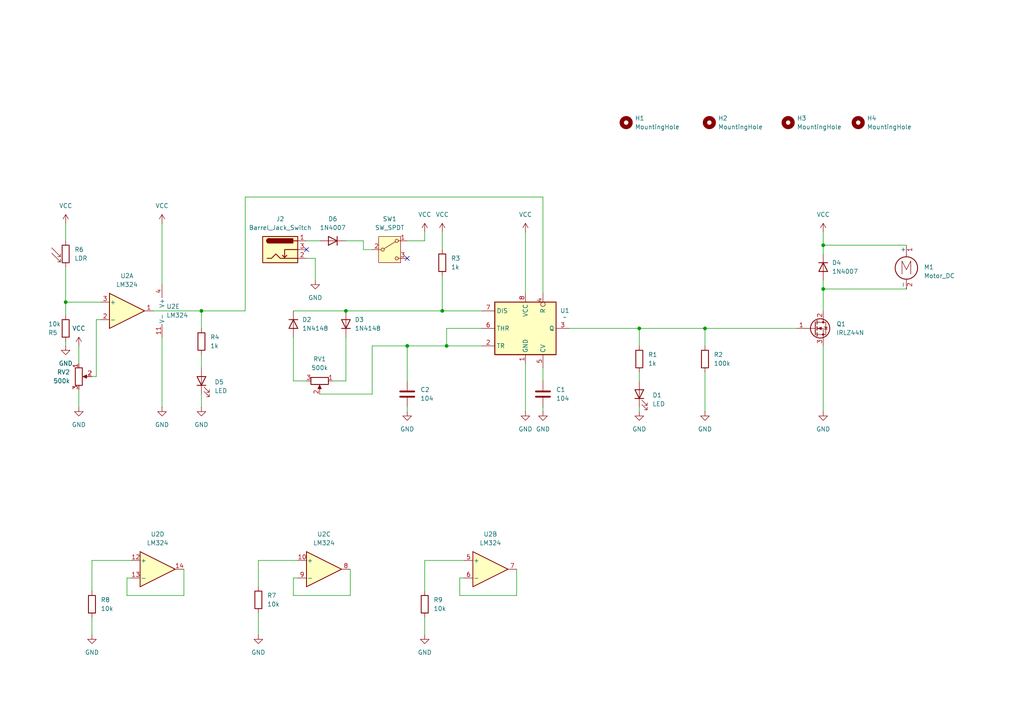
<source format=kicad_sch>
(kicad_sch
	(version 20250114)
	(generator "eeschema")
	(generator_version "9.0")
	(uuid "b1c704bf-894d-4b75-8975-2713ea786a91")
	(paper "A4")
	(lib_symbols
		(symbol "555_ordenado:555_wellOriented"
			(exclude_from_sim no)
			(in_bom yes)
			(on_board yes)
			(property "Reference" "U"
				(at 0 0 0)
				(effects
					(font
						(size 1.27 1.27)
					)
				)
			)
			(property "Value" ""
				(at 0 0 0)
				(effects
					(font
						(size 1.27 1.27)
					)
				)
			)
			(property "Footprint" "Package_DIP:DIP-8_W7.62mm_Socket_LongPads"
				(at 0 0 0)
				(effects
					(font
						(size 1.27 1.27)
					)
					(hide yes)
				)
			)
			(property "Datasheet" ""
				(at 0 0 0)
				(effects
					(font
						(size 1.27 1.27)
					)
					(hide yes)
				)
			)
			(property "Description" ""
				(at 0 0 0)
				(effects
					(font
						(size 1.27 1.27)
					)
					(hide yes)
				)
			)
			(property "ki_keywords" "555, timer, monostable, astable"
				(at 0 0 0)
				(effects
					(font
						(size 1.27 1.27)
					)
					(hide yes)
				)
			)
			(symbol "555_wellOriented_0_0"
				(pin power_in line
					(at 0 10.16 270)
					(length 2.54)
					(name "VCC"
						(effects
							(font
								(size 1.27 1.27)
							)
						)
					)
					(number "8"
						(effects
							(font
								(size 1.27 1.27)
							)
						)
					)
				)
				(pin power_in line
					(at 0 -10.16 90)
					(length 2.54)
					(name "GND"
						(effects
							(font
								(size 1.27 1.27)
							)
						)
					)
					(number "1"
						(effects
							(font
								(size 1.27 1.27)
							)
						)
					)
				)
			)
			(symbol "555_wellOriented_0_1"
				(rectangle
					(start -8.89 -7.62)
					(end 8.89 7.62)
					(stroke
						(width 0.254)
						(type default)
					)
					(fill
						(type background)
					)
				)
				(rectangle
					(start -8.89 -7.62)
					(end 8.89 7.62)
					(stroke
						(width 0.254)
						(type default)
					)
					(fill
						(type background)
					)
				)
			)
			(symbol "555_wellOriented_1_1"
				(pin input line
					(at -12.7 5.08 0)
					(length 3.81)
					(name "DIS"
						(effects
							(font
								(size 1.27 1.27)
							)
						)
					)
					(number "7"
						(effects
							(font
								(size 1.27 1.27)
							)
						)
					)
				)
				(pin input line
					(at -12.7 0 0)
					(length 3.81)
					(name "THR"
						(effects
							(font
								(size 1.27 1.27)
							)
						)
					)
					(number "6"
						(effects
							(font
								(size 1.27 1.27)
							)
						)
					)
				)
				(pin input line
					(at -12.7 -5.08 0)
					(length 3.81)
					(name "TR"
						(effects
							(font
								(size 1.27 1.27)
							)
						)
					)
					(number "2"
						(effects
							(font
								(size 1.27 1.27)
							)
						)
					)
				)
				(pin input inverted
					(at 5.08 10.16 270)
					(length 3.81)
					(name "R"
						(effects
							(font
								(size 1.27 1.27)
							)
						)
					)
					(number "4"
						(effects
							(font
								(size 1.27 1.27)
							)
						)
					)
				)
				(pin input line
					(at 5.08 -11.43 90)
					(length 3.81)
					(name "CV"
						(effects
							(font
								(size 1.27 1.27)
							)
						)
					)
					(number "5"
						(effects
							(font
								(size 1.27 1.27)
							)
						)
					)
				)
				(pin output line
					(at 12.7 0 180)
					(length 3.81)
					(name "Q"
						(effects
							(font
								(size 1.27 1.27)
							)
						)
					)
					(number "3"
						(effects
							(font
								(size 1.27 1.27)
							)
						)
					)
				)
			)
			(embedded_fonts no)
		)
		(symbol "Amplifier_Operational:LM324"
			(pin_names
				(offset 0.127)
			)
			(exclude_from_sim no)
			(in_bom yes)
			(on_board yes)
			(property "Reference" "U"
				(at 0 5.08 0)
				(effects
					(font
						(size 1.27 1.27)
					)
					(justify left)
				)
			)
			(property "Value" "LM324"
				(at 0 -5.08 0)
				(effects
					(font
						(size 1.27 1.27)
					)
					(justify left)
				)
			)
			(property "Footprint" ""
				(at -1.27 2.54 0)
				(effects
					(font
						(size 1.27 1.27)
					)
					(hide yes)
				)
			)
			(property "Datasheet" "http://www.ti.com/lit/ds/symlink/lm2902-n.pdf"
				(at 1.27 5.08 0)
				(effects
					(font
						(size 1.27 1.27)
					)
					(hide yes)
				)
			)
			(property "Description" "Low-Power, Quad-Operational Amplifiers, DIP-14/SOIC-14/SSOP-14"
				(at 0 0 0)
				(effects
					(font
						(size 1.27 1.27)
					)
					(hide yes)
				)
			)
			(property "ki_locked" ""
				(at 0 0 0)
				(effects
					(font
						(size 1.27 1.27)
					)
				)
			)
			(property "ki_keywords" "quad opamp"
				(at 0 0 0)
				(effects
					(font
						(size 1.27 1.27)
					)
					(hide yes)
				)
			)
			(property "ki_fp_filters" "SOIC*3.9x8.7mm*P1.27mm* DIP*W7.62mm* TSSOP*4.4x5mm*P0.65mm* SSOP*5.3x6.2mm*P0.65mm* MSOP*3x3mm*P0.5mm*"
				(at 0 0 0)
				(effects
					(font
						(size 1.27 1.27)
					)
					(hide yes)
				)
			)
			(symbol "LM324_1_1"
				(polyline
					(pts
						(xy -5.08 5.08) (xy 5.08 0) (xy -5.08 -5.08) (xy -5.08 5.08)
					)
					(stroke
						(width 0.254)
						(type default)
					)
					(fill
						(type background)
					)
				)
				(pin input line
					(at -7.62 2.54 0)
					(length 2.54)
					(name "+"
						(effects
							(font
								(size 1.27 1.27)
							)
						)
					)
					(number "3"
						(effects
							(font
								(size 1.27 1.27)
							)
						)
					)
				)
				(pin input line
					(at -7.62 -2.54 0)
					(length 2.54)
					(name "-"
						(effects
							(font
								(size 1.27 1.27)
							)
						)
					)
					(number "2"
						(effects
							(font
								(size 1.27 1.27)
							)
						)
					)
				)
				(pin output line
					(at 7.62 0 180)
					(length 2.54)
					(name "~"
						(effects
							(font
								(size 1.27 1.27)
							)
						)
					)
					(number "1"
						(effects
							(font
								(size 1.27 1.27)
							)
						)
					)
				)
			)
			(symbol "LM324_2_1"
				(polyline
					(pts
						(xy -5.08 5.08) (xy 5.08 0) (xy -5.08 -5.08) (xy -5.08 5.08)
					)
					(stroke
						(width 0.254)
						(type default)
					)
					(fill
						(type background)
					)
				)
				(pin input line
					(at -7.62 2.54 0)
					(length 2.54)
					(name "+"
						(effects
							(font
								(size 1.27 1.27)
							)
						)
					)
					(number "5"
						(effects
							(font
								(size 1.27 1.27)
							)
						)
					)
				)
				(pin input line
					(at -7.62 -2.54 0)
					(length 2.54)
					(name "-"
						(effects
							(font
								(size 1.27 1.27)
							)
						)
					)
					(number "6"
						(effects
							(font
								(size 1.27 1.27)
							)
						)
					)
				)
				(pin output line
					(at 7.62 0 180)
					(length 2.54)
					(name "~"
						(effects
							(font
								(size 1.27 1.27)
							)
						)
					)
					(number "7"
						(effects
							(font
								(size 1.27 1.27)
							)
						)
					)
				)
			)
			(symbol "LM324_3_1"
				(polyline
					(pts
						(xy -5.08 5.08) (xy 5.08 0) (xy -5.08 -5.08) (xy -5.08 5.08)
					)
					(stroke
						(width 0.254)
						(type default)
					)
					(fill
						(type background)
					)
				)
				(pin input line
					(at -7.62 2.54 0)
					(length 2.54)
					(name "+"
						(effects
							(font
								(size 1.27 1.27)
							)
						)
					)
					(number "10"
						(effects
							(font
								(size 1.27 1.27)
							)
						)
					)
				)
				(pin input line
					(at -7.62 -2.54 0)
					(length 2.54)
					(name "-"
						(effects
							(font
								(size 1.27 1.27)
							)
						)
					)
					(number "9"
						(effects
							(font
								(size 1.27 1.27)
							)
						)
					)
				)
				(pin output line
					(at 7.62 0 180)
					(length 2.54)
					(name "~"
						(effects
							(font
								(size 1.27 1.27)
							)
						)
					)
					(number "8"
						(effects
							(font
								(size 1.27 1.27)
							)
						)
					)
				)
			)
			(symbol "LM324_4_1"
				(polyline
					(pts
						(xy -5.08 5.08) (xy 5.08 0) (xy -5.08 -5.08) (xy -5.08 5.08)
					)
					(stroke
						(width 0.254)
						(type default)
					)
					(fill
						(type background)
					)
				)
				(pin input line
					(at -7.62 2.54 0)
					(length 2.54)
					(name "+"
						(effects
							(font
								(size 1.27 1.27)
							)
						)
					)
					(number "12"
						(effects
							(font
								(size 1.27 1.27)
							)
						)
					)
				)
				(pin input line
					(at -7.62 -2.54 0)
					(length 2.54)
					(name "-"
						(effects
							(font
								(size 1.27 1.27)
							)
						)
					)
					(number "13"
						(effects
							(font
								(size 1.27 1.27)
							)
						)
					)
				)
				(pin output line
					(at 7.62 0 180)
					(length 2.54)
					(name "~"
						(effects
							(font
								(size 1.27 1.27)
							)
						)
					)
					(number "14"
						(effects
							(font
								(size 1.27 1.27)
							)
						)
					)
				)
			)
			(symbol "LM324_5_1"
				(pin power_in line
					(at -2.54 7.62 270)
					(length 3.81)
					(name "V+"
						(effects
							(font
								(size 1.27 1.27)
							)
						)
					)
					(number "4"
						(effects
							(font
								(size 1.27 1.27)
							)
						)
					)
				)
				(pin power_in line
					(at -2.54 -7.62 90)
					(length 3.81)
					(name "V-"
						(effects
							(font
								(size 1.27 1.27)
							)
						)
					)
					(number "11"
						(effects
							(font
								(size 1.27 1.27)
							)
						)
					)
				)
			)
			(embedded_fonts no)
		)
		(symbol "Connector:Barrel_Jack_Switch"
			(pin_names
				(hide yes)
			)
			(exclude_from_sim no)
			(in_bom yes)
			(on_board yes)
			(property "Reference" "J"
				(at 0 5.334 0)
				(effects
					(font
						(size 1.27 1.27)
					)
				)
			)
			(property "Value" "Barrel_Jack_Switch"
				(at 0 -5.08 0)
				(effects
					(font
						(size 1.27 1.27)
					)
				)
			)
			(property "Footprint" ""
				(at 1.27 -1.016 0)
				(effects
					(font
						(size 1.27 1.27)
					)
					(hide yes)
				)
			)
			(property "Datasheet" "~"
				(at 1.27 -1.016 0)
				(effects
					(font
						(size 1.27 1.27)
					)
					(hide yes)
				)
			)
			(property "Description" "DC Barrel Jack with an internal switch"
				(at 0 0 0)
				(effects
					(font
						(size 1.27 1.27)
					)
					(hide yes)
				)
			)
			(property "ki_keywords" "DC power barrel jack connector"
				(at 0 0 0)
				(effects
					(font
						(size 1.27 1.27)
					)
					(hide yes)
				)
			)
			(property "ki_fp_filters" "BarrelJack*"
				(at 0 0 0)
				(effects
					(font
						(size 1.27 1.27)
					)
					(hide yes)
				)
			)
			(symbol "Barrel_Jack_Switch_0_1"
				(rectangle
					(start -5.08 3.81)
					(end 5.08 -3.81)
					(stroke
						(width 0.254)
						(type default)
					)
					(fill
						(type background)
					)
				)
				(polyline
					(pts
						(xy -3.81 -2.54) (xy -2.54 -2.54) (xy -1.27 -1.27) (xy 0 -2.54) (xy 2.54 -2.54) (xy 5.08 -2.54)
					)
					(stroke
						(width 0.254)
						(type default)
					)
					(fill
						(type none)
					)
				)
				(arc
					(start -3.302 1.905)
					(mid -3.9343 2.54)
					(end -3.302 3.175)
					(stroke
						(width 0.254)
						(type default)
					)
					(fill
						(type none)
					)
				)
				(arc
					(start -3.302 1.905)
					(mid -3.9343 2.54)
					(end -3.302 3.175)
					(stroke
						(width 0.254)
						(type default)
					)
					(fill
						(type outline)
					)
				)
				(polyline
					(pts
						(xy 1.27 -2.286) (xy 1.905 -1.651)
					)
					(stroke
						(width 0.254)
						(type default)
					)
					(fill
						(type none)
					)
				)
				(rectangle
					(start 3.683 3.175)
					(end -3.302 1.905)
					(stroke
						(width 0.254)
						(type default)
					)
					(fill
						(type outline)
					)
				)
				(polyline
					(pts
						(xy 5.08 2.54) (xy 3.81 2.54)
					)
					(stroke
						(width 0.254)
						(type default)
					)
					(fill
						(type none)
					)
				)
				(polyline
					(pts
						(xy 5.08 0) (xy 1.27 0) (xy 1.27 -2.286) (xy 0.635 -1.651)
					)
					(stroke
						(width 0.254)
						(type default)
					)
					(fill
						(type none)
					)
				)
			)
			(symbol "Barrel_Jack_Switch_1_1"
				(pin passive line
					(at 7.62 2.54 180)
					(length 2.54)
					(name "~"
						(effects
							(font
								(size 1.27 1.27)
							)
						)
					)
					(number "1"
						(effects
							(font
								(size 1.27 1.27)
							)
						)
					)
				)
				(pin passive line
					(at 7.62 0 180)
					(length 2.54)
					(name "~"
						(effects
							(font
								(size 1.27 1.27)
							)
						)
					)
					(number "3"
						(effects
							(font
								(size 1.27 1.27)
							)
						)
					)
				)
				(pin passive line
					(at 7.62 -2.54 180)
					(length 2.54)
					(name "~"
						(effects
							(font
								(size 1.27 1.27)
							)
						)
					)
					(number "2"
						(effects
							(font
								(size 1.27 1.27)
							)
						)
					)
				)
			)
			(embedded_fonts no)
		)
		(symbol "Device:C"
			(pin_numbers
				(hide yes)
			)
			(pin_names
				(offset 0.254)
			)
			(exclude_from_sim no)
			(in_bom yes)
			(on_board yes)
			(property "Reference" "C"
				(at 0.635 2.54 0)
				(effects
					(font
						(size 1.27 1.27)
					)
					(justify left)
				)
			)
			(property "Value" "C"
				(at 0.635 -2.54 0)
				(effects
					(font
						(size 1.27 1.27)
					)
					(justify left)
				)
			)
			(property "Footprint" ""
				(at 0.9652 -3.81 0)
				(effects
					(font
						(size 1.27 1.27)
					)
					(hide yes)
				)
			)
			(property "Datasheet" "~"
				(at 0 0 0)
				(effects
					(font
						(size 1.27 1.27)
					)
					(hide yes)
				)
			)
			(property "Description" "Unpolarized capacitor"
				(at 0 0 0)
				(effects
					(font
						(size 1.27 1.27)
					)
					(hide yes)
				)
			)
			(property "ki_keywords" "cap capacitor"
				(at 0 0 0)
				(effects
					(font
						(size 1.27 1.27)
					)
					(hide yes)
				)
			)
			(property "ki_fp_filters" "C_*"
				(at 0 0 0)
				(effects
					(font
						(size 1.27 1.27)
					)
					(hide yes)
				)
			)
			(symbol "C_0_1"
				(polyline
					(pts
						(xy -2.032 0.762) (xy 2.032 0.762)
					)
					(stroke
						(width 0.508)
						(type default)
					)
					(fill
						(type none)
					)
				)
				(polyline
					(pts
						(xy -2.032 -0.762) (xy 2.032 -0.762)
					)
					(stroke
						(width 0.508)
						(type default)
					)
					(fill
						(type none)
					)
				)
			)
			(symbol "C_1_1"
				(pin passive line
					(at 0 3.81 270)
					(length 2.794)
					(name "~"
						(effects
							(font
								(size 1.27 1.27)
							)
						)
					)
					(number "1"
						(effects
							(font
								(size 1.27 1.27)
							)
						)
					)
				)
				(pin passive line
					(at 0 -3.81 90)
					(length 2.794)
					(name "~"
						(effects
							(font
								(size 1.27 1.27)
							)
						)
					)
					(number "2"
						(effects
							(font
								(size 1.27 1.27)
							)
						)
					)
				)
			)
			(embedded_fonts no)
		)
		(symbol "Device:LED"
			(pin_numbers
				(hide yes)
			)
			(pin_names
				(offset 1.016)
				(hide yes)
			)
			(exclude_from_sim no)
			(in_bom yes)
			(on_board yes)
			(property "Reference" "D"
				(at 0 2.54 0)
				(effects
					(font
						(size 1.27 1.27)
					)
				)
			)
			(property "Value" "LED"
				(at 0 -2.54 0)
				(effects
					(font
						(size 1.27 1.27)
					)
				)
			)
			(property "Footprint" ""
				(at 0 0 0)
				(effects
					(font
						(size 1.27 1.27)
					)
					(hide yes)
				)
			)
			(property "Datasheet" "~"
				(at 0 0 0)
				(effects
					(font
						(size 1.27 1.27)
					)
					(hide yes)
				)
			)
			(property "Description" "Light emitting diode"
				(at 0 0 0)
				(effects
					(font
						(size 1.27 1.27)
					)
					(hide yes)
				)
			)
			(property "Sim.Pins" "1=K 2=A"
				(at 0 0 0)
				(effects
					(font
						(size 1.27 1.27)
					)
					(hide yes)
				)
			)
			(property "ki_keywords" "LED diode"
				(at 0 0 0)
				(effects
					(font
						(size 1.27 1.27)
					)
					(hide yes)
				)
			)
			(property "ki_fp_filters" "LED* LED_SMD:* LED_THT:*"
				(at 0 0 0)
				(effects
					(font
						(size 1.27 1.27)
					)
					(hide yes)
				)
			)
			(symbol "LED_0_1"
				(polyline
					(pts
						(xy -3.048 -0.762) (xy -4.572 -2.286) (xy -3.81 -2.286) (xy -4.572 -2.286) (xy -4.572 -1.524)
					)
					(stroke
						(width 0)
						(type default)
					)
					(fill
						(type none)
					)
				)
				(polyline
					(pts
						(xy -1.778 -0.762) (xy -3.302 -2.286) (xy -2.54 -2.286) (xy -3.302 -2.286) (xy -3.302 -1.524)
					)
					(stroke
						(width 0)
						(type default)
					)
					(fill
						(type none)
					)
				)
				(polyline
					(pts
						(xy -1.27 0) (xy 1.27 0)
					)
					(stroke
						(width 0)
						(type default)
					)
					(fill
						(type none)
					)
				)
				(polyline
					(pts
						(xy -1.27 -1.27) (xy -1.27 1.27)
					)
					(stroke
						(width 0.254)
						(type default)
					)
					(fill
						(type none)
					)
				)
				(polyline
					(pts
						(xy 1.27 -1.27) (xy 1.27 1.27) (xy -1.27 0) (xy 1.27 -1.27)
					)
					(stroke
						(width 0.254)
						(type default)
					)
					(fill
						(type none)
					)
				)
			)
			(symbol "LED_1_1"
				(pin passive line
					(at -3.81 0 0)
					(length 2.54)
					(name "K"
						(effects
							(font
								(size 1.27 1.27)
							)
						)
					)
					(number "1"
						(effects
							(font
								(size 1.27 1.27)
							)
						)
					)
				)
				(pin passive line
					(at 3.81 0 180)
					(length 2.54)
					(name "A"
						(effects
							(font
								(size 1.27 1.27)
							)
						)
					)
					(number "2"
						(effects
							(font
								(size 1.27 1.27)
							)
						)
					)
				)
			)
			(embedded_fonts no)
		)
		(symbol "Device:R"
			(pin_numbers
				(hide yes)
			)
			(pin_names
				(offset 0)
			)
			(exclude_from_sim no)
			(in_bom yes)
			(on_board yes)
			(property "Reference" "R"
				(at 2.032 0 90)
				(effects
					(font
						(size 1.27 1.27)
					)
				)
			)
			(property "Value" "R"
				(at 0 0 90)
				(effects
					(font
						(size 1.27 1.27)
					)
				)
			)
			(property "Footprint" ""
				(at -1.778 0 90)
				(effects
					(font
						(size 1.27 1.27)
					)
					(hide yes)
				)
			)
			(property "Datasheet" "~"
				(at 0 0 0)
				(effects
					(font
						(size 1.27 1.27)
					)
					(hide yes)
				)
			)
			(property "Description" "Resistor"
				(at 0 0 0)
				(effects
					(font
						(size 1.27 1.27)
					)
					(hide yes)
				)
			)
			(property "ki_keywords" "R res resistor"
				(at 0 0 0)
				(effects
					(font
						(size 1.27 1.27)
					)
					(hide yes)
				)
			)
			(property "ki_fp_filters" "R_*"
				(at 0 0 0)
				(effects
					(font
						(size 1.27 1.27)
					)
					(hide yes)
				)
			)
			(symbol "R_0_1"
				(rectangle
					(start -1.016 -2.54)
					(end 1.016 2.54)
					(stroke
						(width 0.254)
						(type default)
					)
					(fill
						(type none)
					)
				)
			)
			(symbol "R_1_1"
				(pin passive line
					(at 0 3.81 270)
					(length 1.27)
					(name "~"
						(effects
							(font
								(size 1.27 1.27)
							)
						)
					)
					(number "1"
						(effects
							(font
								(size 1.27 1.27)
							)
						)
					)
				)
				(pin passive line
					(at 0 -3.81 90)
					(length 1.27)
					(name "~"
						(effects
							(font
								(size 1.27 1.27)
							)
						)
					)
					(number "2"
						(effects
							(font
								(size 1.27 1.27)
							)
						)
					)
				)
			)
			(embedded_fonts no)
		)
		(symbol "Device:R_Potentiometer"
			(pin_names
				(offset 1.016)
				(hide yes)
			)
			(exclude_from_sim no)
			(in_bom yes)
			(on_board yes)
			(property "Reference" "RV"
				(at -4.445 0 90)
				(effects
					(font
						(size 1.27 1.27)
					)
				)
			)
			(property "Value" "R_Potentiometer"
				(at -2.54 0 90)
				(effects
					(font
						(size 1.27 1.27)
					)
				)
			)
			(property "Footprint" ""
				(at 0 0 0)
				(effects
					(font
						(size 1.27 1.27)
					)
					(hide yes)
				)
			)
			(property "Datasheet" "~"
				(at 0 0 0)
				(effects
					(font
						(size 1.27 1.27)
					)
					(hide yes)
				)
			)
			(property "Description" "Potentiometer"
				(at 0 0 0)
				(effects
					(font
						(size 1.27 1.27)
					)
					(hide yes)
				)
			)
			(property "ki_keywords" "resistor variable"
				(at 0 0 0)
				(effects
					(font
						(size 1.27 1.27)
					)
					(hide yes)
				)
			)
			(property "ki_fp_filters" "Potentiometer*"
				(at 0 0 0)
				(effects
					(font
						(size 1.27 1.27)
					)
					(hide yes)
				)
			)
			(symbol "R_Potentiometer_0_1"
				(rectangle
					(start 1.016 2.54)
					(end -1.016 -2.54)
					(stroke
						(width 0.254)
						(type default)
					)
					(fill
						(type none)
					)
				)
				(polyline
					(pts
						(xy 1.143 0) (xy 2.286 0.508) (xy 2.286 -0.508) (xy 1.143 0)
					)
					(stroke
						(width 0)
						(type default)
					)
					(fill
						(type outline)
					)
				)
				(polyline
					(pts
						(xy 2.54 0) (xy 1.524 0)
					)
					(stroke
						(width 0)
						(type default)
					)
					(fill
						(type none)
					)
				)
			)
			(symbol "R_Potentiometer_1_1"
				(pin passive line
					(at 0 3.81 270)
					(length 1.27)
					(name "1"
						(effects
							(font
								(size 1.27 1.27)
							)
						)
					)
					(number "1"
						(effects
							(font
								(size 1.27 1.27)
							)
						)
					)
				)
				(pin passive line
					(at 0 -3.81 90)
					(length 1.27)
					(name "3"
						(effects
							(font
								(size 1.27 1.27)
							)
						)
					)
					(number "3"
						(effects
							(font
								(size 1.27 1.27)
							)
						)
					)
				)
				(pin passive line
					(at 3.81 0 180)
					(length 1.27)
					(name "2"
						(effects
							(font
								(size 1.27 1.27)
							)
						)
					)
					(number "2"
						(effects
							(font
								(size 1.27 1.27)
							)
						)
					)
				)
			)
			(embedded_fonts no)
		)
		(symbol "Diode:1N4007"
			(pin_numbers
				(hide yes)
			)
			(pin_names
				(hide yes)
			)
			(exclude_from_sim no)
			(in_bom yes)
			(on_board yes)
			(property "Reference" "D"
				(at 0 2.54 0)
				(effects
					(font
						(size 1.27 1.27)
					)
				)
			)
			(property "Value" "1N4007"
				(at 0 -2.54 0)
				(effects
					(font
						(size 1.27 1.27)
					)
				)
			)
			(property "Footprint" "Diode_THT:D_DO-41_SOD81_P10.16mm_Horizontal"
				(at 0 -4.445 0)
				(effects
					(font
						(size 1.27 1.27)
					)
					(hide yes)
				)
			)
			(property "Datasheet" "http://www.vishay.com/docs/88503/1n4001.pdf"
				(at 0 0 0)
				(effects
					(font
						(size 1.27 1.27)
					)
					(hide yes)
				)
			)
			(property "Description" "1000V 1A General Purpose Rectifier Diode, DO-41"
				(at 0 0 0)
				(effects
					(font
						(size 1.27 1.27)
					)
					(hide yes)
				)
			)
			(property "Sim.Device" "D"
				(at 0 0 0)
				(effects
					(font
						(size 1.27 1.27)
					)
					(hide yes)
				)
			)
			(property "Sim.Pins" "1=K 2=A"
				(at 0 0 0)
				(effects
					(font
						(size 1.27 1.27)
					)
					(hide yes)
				)
			)
			(property "ki_keywords" "diode"
				(at 0 0 0)
				(effects
					(font
						(size 1.27 1.27)
					)
					(hide yes)
				)
			)
			(property "ki_fp_filters" "D*DO?41*"
				(at 0 0 0)
				(effects
					(font
						(size 1.27 1.27)
					)
					(hide yes)
				)
			)
			(symbol "1N4007_0_1"
				(polyline
					(pts
						(xy -1.27 1.27) (xy -1.27 -1.27)
					)
					(stroke
						(width 0.254)
						(type default)
					)
					(fill
						(type none)
					)
				)
				(polyline
					(pts
						(xy 1.27 1.27) (xy 1.27 -1.27) (xy -1.27 0) (xy 1.27 1.27)
					)
					(stroke
						(width 0.254)
						(type default)
					)
					(fill
						(type none)
					)
				)
				(polyline
					(pts
						(xy 1.27 0) (xy -1.27 0)
					)
					(stroke
						(width 0)
						(type default)
					)
					(fill
						(type none)
					)
				)
			)
			(symbol "1N4007_1_1"
				(pin passive line
					(at -3.81 0 0)
					(length 2.54)
					(name "K"
						(effects
							(font
								(size 1.27 1.27)
							)
						)
					)
					(number "1"
						(effects
							(font
								(size 1.27 1.27)
							)
						)
					)
				)
				(pin passive line
					(at 3.81 0 180)
					(length 2.54)
					(name "A"
						(effects
							(font
								(size 1.27 1.27)
							)
						)
					)
					(number "2"
						(effects
							(font
								(size 1.27 1.27)
							)
						)
					)
				)
			)
			(embedded_fonts no)
		)
		(symbol "Diode:1N4148"
			(pin_numbers
				(hide yes)
			)
			(pin_names
				(hide yes)
			)
			(exclude_from_sim no)
			(in_bom yes)
			(on_board yes)
			(property "Reference" "D"
				(at 0 2.54 0)
				(effects
					(font
						(size 1.27 1.27)
					)
				)
			)
			(property "Value" "1N4148"
				(at 0 -2.54 0)
				(effects
					(font
						(size 1.27 1.27)
					)
				)
			)
			(property "Footprint" "Diode_THT:D_DO-35_SOD27_P7.62mm_Horizontal"
				(at 0 0 0)
				(effects
					(font
						(size 1.27 1.27)
					)
					(hide yes)
				)
			)
			(property "Datasheet" "https://assets.nexperia.com/documents/data-sheet/1N4148_1N4448.pdf"
				(at 0 0 0)
				(effects
					(font
						(size 1.27 1.27)
					)
					(hide yes)
				)
			)
			(property "Description" "100V 0.15A standard switching diode, DO-35"
				(at 0 0 0)
				(effects
					(font
						(size 1.27 1.27)
					)
					(hide yes)
				)
			)
			(property "Sim.Device" "D"
				(at 0 0 0)
				(effects
					(font
						(size 1.27 1.27)
					)
					(hide yes)
				)
			)
			(property "Sim.Pins" "1=K 2=A"
				(at 0 0 0)
				(effects
					(font
						(size 1.27 1.27)
					)
					(hide yes)
				)
			)
			(property "ki_keywords" "diode"
				(at 0 0 0)
				(effects
					(font
						(size 1.27 1.27)
					)
					(hide yes)
				)
			)
			(property "ki_fp_filters" "D*DO?35*"
				(at 0 0 0)
				(effects
					(font
						(size 1.27 1.27)
					)
					(hide yes)
				)
			)
			(symbol "1N4148_0_1"
				(polyline
					(pts
						(xy -1.27 1.27) (xy -1.27 -1.27)
					)
					(stroke
						(width 0.254)
						(type default)
					)
					(fill
						(type none)
					)
				)
				(polyline
					(pts
						(xy 1.27 1.27) (xy 1.27 -1.27) (xy -1.27 0) (xy 1.27 1.27)
					)
					(stroke
						(width 0.254)
						(type default)
					)
					(fill
						(type none)
					)
				)
				(polyline
					(pts
						(xy 1.27 0) (xy -1.27 0)
					)
					(stroke
						(width 0)
						(type default)
					)
					(fill
						(type none)
					)
				)
			)
			(symbol "1N4148_1_1"
				(pin passive line
					(at -3.81 0 0)
					(length 2.54)
					(name "K"
						(effects
							(font
								(size 1.27 1.27)
							)
						)
					)
					(number "1"
						(effects
							(font
								(size 1.27 1.27)
							)
						)
					)
				)
				(pin passive line
					(at 3.81 0 180)
					(length 2.54)
					(name "A"
						(effects
							(font
								(size 1.27 1.27)
							)
						)
					)
					(number "2"
						(effects
							(font
								(size 1.27 1.27)
							)
						)
					)
				)
			)
			(embedded_fonts no)
		)
		(symbol "Mechanical:MountingHole"
			(pin_names
				(offset 1.016)
			)
			(exclude_from_sim no)
			(in_bom no)
			(on_board yes)
			(property "Reference" "H"
				(at 0 5.08 0)
				(effects
					(font
						(size 1.27 1.27)
					)
				)
			)
			(property "Value" "MountingHole"
				(at 0 3.175 0)
				(effects
					(font
						(size 1.27 1.27)
					)
				)
			)
			(property "Footprint" ""
				(at 0 0 0)
				(effects
					(font
						(size 1.27 1.27)
					)
					(hide yes)
				)
			)
			(property "Datasheet" "~"
				(at 0 0 0)
				(effects
					(font
						(size 1.27 1.27)
					)
					(hide yes)
				)
			)
			(property "Description" "Mounting Hole without connection"
				(at 0 0 0)
				(effects
					(font
						(size 1.27 1.27)
					)
					(hide yes)
				)
			)
			(property "ki_keywords" "mounting hole"
				(at 0 0 0)
				(effects
					(font
						(size 1.27 1.27)
					)
					(hide yes)
				)
			)
			(property "ki_fp_filters" "MountingHole*"
				(at 0 0 0)
				(effects
					(font
						(size 1.27 1.27)
					)
					(hide yes)
				)
			)
			(symbol "MountingHole_0_1"
				(circle
					(center 0 0)
					(radius 1.27)
					(stroke
						(width 1.27)
						(type default)
					)
					(fill
						(type none)
					)
				)
			)
			(embedded_fonts no)
		)
		(symbol "Motor:Motor_DC"
			(pin_names
				(offset 0)
			)
			(exclude_from_sim no)
			(in_bom yes)
			(on_board yes)
			(property "Reference" "M"
				(at 2.54 2.54 0)
				(effects
					(font
						(size 1.27 1.27)
					)
					(justify left)
				)
			)
			(property "Value" "Motor_DC"
				(at 2.54 -5.08 0)
				(effects
					(font
						(size 1.27 1.27)
					)
					(justify left top)
				)
			)
			(property "Footprint" ""
				(at 0 -2.286 0)
				(effects
					(font
						(size 1.27 1.27)
					)
					(hide yes)
				)
			)
			(property "Datasheet" "~"
				(at 0 -2.286 0)
				(effects
					(font
						(size 1.27 1.27)
					)
					(hide yes)
				)
			)
			(property "Description" "DC Motor"
				(at 0 0 0)
				(effects
					(font
						(size 1.27 1.27)
					)
					(hide yes)
				)
			)
			(property "ki_keywords" "DC Motor"
				(at 0 0 0)
				(effects
					(font
						(size 1.27 1.27)
					)
					(hide yes)
				)
			)
			(property "ki_fp_filters" "PinHeader*P2.54mm* TerminalBlock*"
				(at 0 0 0)
				(effects
					(font
						(size 1.27 1.27)
					)
					(hide yes)
				)
			)
			(symbol "Motor_DC_0_0"
				(polyline
					(pts
						(xy -1.27 -3.302) (xy -1.27 0.508) (xy 0 -2.032) (xy 1.27 0.508) (xy 1.27 -3.302)
					)
					(stroke
						(width 0)
						(type default)
					)
					(fill
						(type none)
					)
				)
			)
			(symbol "Motor_DC_0_1"
				(polyline
					(pts
						(xy 0 2.032) (xy 0 2.54)
					)
					(stroke
						(width 0)
						(type default)
					)
					(fill
						(type none)
					)
				)
				(polyline
					(pts
						(xy 0 1.7272) (xy 0 2.0828)
					)
					(stroke
						(width 0)
						(type default)
					)
					(fill
						(type none)
					)
				)
				(circle
					(center 0 -1.524)
					(radius 3.2512)
					(stroke
						(width 0.254)
						(type default)
					)
					(fill
						(type none)
					)
				)
				(polyline
					(pts
						(xy 0 -4.7752) (xy 0 -5.1816)
					)
					(stroke
						(width 0)
						(type default)
					)
					(fill
						(type none)
					)
				)
				(polyline
					(pts
						(xy 0 -7.62) (xy 0 -7.112)
					)
					(stroke
						(width 0)
						(type default)
					)
					(fill
						(type none)
					)
				)
			)
			(symbol "Motor_DC_1_1"
				(pin passive line
					(at 0 5.08 270)
					(length 2.54)
					(name "+"
						(effects
							(font
								(size 1.27 1.27)
							)
						)
					)
					(number "1"
						(effects
							(font
								(size 1.27 1.27)
							)
						)
					)
				)
				(pin passive line
					(at 0 -7.62 90)
					(length 2.54)
					(name "-"
						(effects
							(font
								(size 1.27 1.27)
							)
						)
					)
					(number "2"
						(effects
							(font
								(size 1.27 1.27)
							)
						)
					)
				)
			)
			(embedded_fonts no)
		)
		(symbol "Sensor_Optical:A9013"
			(pin_numbers
				(hide yes)
			)
			(pin_names
				(offset 0)
			)
			(exclude_from_sim no)
			(in_bom yes)
			(on_board yes)
			(property "Reference" "R"
				(at -5.08 0 90)
				(effects
					(font
						(size 1.27 1.27)
					)
				)
			)
			(property "Value" "A9013"
				(at 1.905 0 90)
				(effects
					(font
						(size 1.27 1.27)
					)
					(justify top)
				)
			)
			(property "Footprint" "OptoDevice:R_LDR_5.0x4.1mm_P3mm_Vertical"
				(at 4.445 0 90)
				(effects
					(font
						(size 1.27 1.27)
					)
					(hide yes)
				)
			)
			(property "Datasheet" "http://www.produktinfo.conrad.com/datenblaetter/125000-149999/145475-da-01-en-FOTOWIDERSTAND_A_9060_A_9013.pdf"
				(at 0 -1.27 0)
				(effects
					(font
						(size 1.27 1.27)
					)
					(hide yes)
				)
			)
			(property "Description" "light dependent resistor"
				(at 0 0 0)
				(effects
					(font
						(size 1.27 1.27)
					)
					(hide yes)
				)
			)
			(property "ki_keywords" "light dependent photo resistor LDR"
				(at 0 0 0)
				(effects
					(font
						(size 1.27 1.27)
					)
					(hide yes)
				)
			)
			(property "ki_fp_filters" "R*LDR*5.0x4.1mm*P3mm*"
				(at 0 0 0)
				(effects
					(font
						(size 1.27 1.27)
					)
					(hide yes)
				)
			)
			(symbol "A9013_0_1"
				(polyline
					(pts
						(xy -1.524 -0.762) (xy -4.064 1.778)
					)
					(stroke
						(width 0)
						(type default)
					)
					(fill
						(type none)
					)
				)
				(polyline
					(pts
						(xy -1.524 -0.762) (xy -2.286 -0.762)
					)
					(stroke
						(width 0)
						(type default)
					)
					(fill
						(type none)
					)
				)
				(polyline
					(pts
						(xy -1.524 -0.762) (xy -1.524 0)
					)
					(stroke
						(width 0)
						(type default)
					)
					(fill
						(type none)
					)
				)
				(polyline
					(pts
						(xy -1.524 -2.286) (xy -4.064 0.254)
					)
					(stroke
						(width 0)
						(type default)
					)
					(fill
						(type none)
					)
				)
				(polyline
					(pts
						(xy -1.524 -2.286) (xy -2.286 -2.286)
					)
					(stroke
						(width 0)
						(type default)
					)
					(fill
						(type none)
					)
				)
				(polyline
					(pts
						(xy -1.524 -2.286) (xy -1.524 -1.524)
					)
					(stroke
						(width 0)
						(type default)
					)
					(fill
						(type none)
					)
				)
				(rectangle
					(start -1.016 2.54)
					(end 1.016 -2.54)
					(stroke
						(width 0.254)
						(type default)
					)
					(fill
						(type none)
					)
				)
			)
			(symbol "A9013_1_1"
				(pin passive line
					(at 0 3.81 270)
					(length 1.27)
					(name "~"
						(effects
							(font
								(size 1.27 1.27)
							)
						)
					)
					(number "1"
						(effects
							(font
								(size 1.27 1.27)
							)
						)
					)
				)
				(pin passive line
					(at 0 -3.81 90)
					(length 1.27)
					(name "~"
						(effects
							(font
								(size 1.27 1.27)
							)
						)
					)
					(number "2"
						(effects
							(font
								(size 1.27 1.27)
							)
						)
					)
				)
			)
			(embedded_fonts no)
		)
		(symbol "Switch:SW_SPDT"
			(pin_names
				(offset 0)
				(hide yes)
			)
			(exclude_from_sim no)
			(in_bom yes)
			(on_board yes)
			(property "Reference" "SW"
				(at 0 5.08 0)
				(effects
					(font
						(size 1.27 1.27)
					)
				)
			)
			(property "Value" "SW_SPDT"
				(at 0 -5.08 0)
				(effects
					(font
						(size 1.27 1.27)
					)
				)
			)
			(property "Footprint" ""
				(at 0 0 0)
				(effects
					(font
						(size 1.27 1.27)
					)
					(hide yes)
				)
			)
			(property "Datasheet" "~"
				(at 0 -7.62 0)
				(effects
					(font
						(size 1.27 1.27)
					)
					(hide yes)
				)
			)
			(property "Description" "Switch, single pole double throw"
				(at 0 0 0)
				(effects
					(font
						(size 1.27 1.27)
					)
					(hide yes)
				)
			)
			(property "ki_keywords" "switch single-pole double-throw spdt ON-ON"
				(at 0 0 0)
				(effects
					(font
						(size 1.27 1.27)
					)
					(hide yes)
				)
			)
			(symbol "SW_SPDT_0_1"
				(circle
					(center -2.032 0)
					(radius 0.4572)
					(stroke
						(width 0)
						(type default)
					)
					(fill
						(type none)
					)
				)
				(polyline
					(pts
						(xy -1.651 0.254) (xy 1.651 2.286)
					)
					(stroke
						(width 0)
						(type default)
					)
					(fill
						(type none)
					)
				)
				(circle
					(center 2.032 2.54)
					(radius 0.4572)
					(stroke
						(width 0)
						(type default)
					)
					(fill
						(type none)
					)
				)
				(circle
					(center 2.032 -2.54)
					(radius 0.4572)
					(stroke
						(width 0)
						(type default)
					)
					(fill
						(type none)
					)
				)
			)
			(symbol "SW_SPDT_1_1"
				(rectangle
					(start -3.175 3.81)
					(end 3.175 -3.81)
					(stroke
						(width 0)
						(type default)
					)
					(fill
						(type background)
					)
				)
				(pin passive line
					(at -5.08 0 0)
					(length 2.54)
					(name "B"
						(effects
							(font
								(size 1.27 1.27)
							)
						)
					)
					(number "2"
						(effects
							(font
								(size 1.27 1.27)
							)
						)
					)
				)
				(pin passive line
					(at 5.08 2.54 180)
					(length 2.54)
					(name "A"
						(effects
							(font
								(size 1.27 1.27)
							)
						)
					)
					(number "1"
						(effects
							(font
								(size 1.27 1.27)
							)
						)
					)
				)
				(pin passive line
					(at 5.08 -2.54 180)
					(length 2.54)
					(name "C"
						(effects
							(font
								(size 1.27 1.27)
							)
						)
					)
					(number "3"
						(effects
							(font
								(size 1.27 1.27)
							)
						)
					)
				)
			)
			(embedded_fonts no)
		)
		(symbol "Transistor_FET:IRLZ44N"
			(pin_names
				(hide yes)
			)
			(exclude_from_sim no)
			(in_bom yes)
			(on_board yes)
			(property "Reference" "Q"
				(at 5.08 1.905 0)
				(effects
					(font
						(size 1.27 1.27)
					)
					(justify left)
				)
			)
			(property "Value" "IRLZ44N"
				(at 5.08 0 0)
				(effects
					(font
						(size 1.27 1.27)
					)
					(justify left)
				)
			)
			(property "Footprint" "Package_TO_SOT_THT:TO-220-3_Vertical"
				(at 5.08 -1.905 0)
				(effects
					(font
						(size 1.27 1.27)
						(italic yes)
					)
					(justify left)
					(hide yes)
				)
			)
			(property "Datasheet" "http://www.irf.com/product-info/datasheets/data/irlz44n.pdf"
				(at 5.08 -3.81 0)
				(effects
					(font
						(size 1.27 1.27)
					)
					(justify left)
					(hide yes)
				)
			)
			(property "Description" "47A Id, 55V Vds, 22mOhm Rds Single N-Channel HEXFET Power MOSFET, TO-220AB"
				(at 0 0 0)
				(effects
					(font
						(size 1.27 1.27)
					)
					(hide yes)
				)
			)
			(property "ki_keywords" "N-Channel HEXFET MOSFET Logic-Level"
				(at 0 0 0)
				(effects
					(font
						(size 1.27 1.27)
					)
					(hide yes)
				)
			)
			(property "ki_fp_filters" "TO?220*"
				(at 0 0 0)
				(effects
					(font
						(size 1.27 1.27)
					)
					(hide yes)
				)
			)
			(symbol "IRLZ44N_0_1"
				(polyline
					(pts
						(xy 0.254 1.905) (xy 0.254 -1.905)
					)
					(stroke
						(width 0.254)
						(type default)
					)
					(fill
						(type none)
					)
				)
				(polyline
					(pts
						(xy 0.254 0) (xy -2.54 0)
					)
					(stroke
						(width 0)
						(type default)
					)
					(fill
						(type none)
					)
				)
				(polyline
					(pts
						(xy 0.762 2.286) (xy 0.762 1.27)
					)
					(stroke
						(width 0.254)
						(type default)
					)
					(fill
						(type none)
					)
				)
				(polyline
					(pts
						(xy 0.762 0.508) (xy 0.762 -0.508)
					)
					(stroke
						(width 0.254)
						(type default)
					)
					(fill
						(type none)
					)
				)
				(polyline
					(pts
						(xy 0.762 -1.27) (xy 0.762 -2.286)
					)
					(stroke
						(width 0.254)
						(type default)
					)
					(fill
						(type none)
					)
				)
				(polyline
					(pts
						(xy 0.762 -1.778) (xy 3.302 -1.778) (xy 3.302 1.778) (xy 0.762 1.778)
					)
					(stroke
						(width 0)
						(type default)
					)
					(fill
						(type none)
					)
				)
				(polyline
					(pts
						(xy 1.016 0) (xy 2.032 0.381) (xy 2.032 -0.381) (xy 1.016 0)
					)
					(stroke
						(width 0)
						(type default)
					)
					(fill
						(type outline)
					)
				)
				(circle
					(center 1.651 0)
					(radius 2.794)
					(stroke
						(width 0.254)
						(type default)
					)
					(fill
						(type none)
					)
				)
				(polyline
					(pts
						(xy 2.54 2.54) (xy 2.54 1.778)
					)
					(stroke
						(width 0)
						(type default)
					)
					(fill
						(type none)
					)
				)
				(circle
					(center 2.54 1.778)
					(radius 0.254)
					(stroke
						(width 0)
						(type default)
					)
					(fill
						(type outline)
					)
				)
				(circle
					(center 2.54 -1.778)
					(radius 0.254)
					(stroke
						(width 0)
						(type default)
					)
					(fill
						(type outline)
					)
				)
				(polyline
					(pts
						(xy 2.54 -2.54) (xy 2.54 0) (xy 0.762 0)
					)
					(stroke
						(width 0)
						(type default)
					)
					(fill
						(type none)
					)
				)
				(polyline
					(pts
						(xy 2.794 0.508) (xy 2.921 0.381) (xy 3.683 0.381) (xy 3.81 0.254)
					)
					(stroke
						(width 0)
						(type default)
					)
					(fill
						(type none)
					)
				)
				(polyline
					(pts
						(xy 3.302 0.381) (xy 2.921 -0.254) (xy 3.683 -0.254) (xy 3.302 0.381)
					)
					(stroke
						(width 0)
						(type default)
					)
					(fill
						(type none)
					)
				)
			)
			(symbol "IRLZ44N_1_1"
				(pin input line
					(at -5.08 0 0)
					(length 2.54)
					(name "G"
						(effects
							(font
								(size 1.27 1.27)
							)
						)
					)
					(number "1"
						(effects
							(font
								(size 1.27 1.27)
							)
						)
					)
				)
				(pin passive line
					(at 2.54 5.08 270)
					(length 2.54)
					(name "D"
						(effects
							(font
								(size 1.27 1.27)
							)
						)
					)
					(number "2"
						(effects
							(font
								(size 1.27 1.27)
							)
						)
					)
				)
				(pin passive line
					(at 2.54 -5.08 90)
					(length 2.54)
					(name "S"
						(effects
							(font
								(size 1.27 1.27)
							)
						)
					)
					(number "3"
						(effects
							(font
								(size 1.27 1.27)
							)
						)
					)
				)
			)
			(embedded_fonts no)
		)
		(symbol "power:GND"
			(power)
			(pin_numbers
				(hide yes)
			)
			(pin_names
				(offset 0)
				(hide yes)
			)
			(exclude_from_sim no)
			(in_bom yes)
			(on_board yes)
			(property "Reference" "#PWR"
				(at 0 -6.35 0)
				(effects
					(font
						(size 1.27 1.27)
					)
					(hide yes)
				)
			)
			(property "Value" "GND"
				(at 0 -3.81 0)
				(effects
					(font
						(size 1.27 1.27)
					)
				)
			)
			(property "Footprint" ""
				(at 0 0 0)
				(effects
					(font
						(size 1.27 1.27)
					)
					(hide yes)
				)
			)
			(property "Datasheet" ""
				(at 0 0 0)
				(effects
					(font
						(size 1.27 1.27)
					)
					(hide yes)
				)
			)
			(property "Description" "Power symbol creates a global label with name \"GND\" , ground"
				(at 0 0 0)
				(effects
					(font
						(size 1.27 1.27)
					)
					(hide yes)
				)
			)
			(property "ki_keywords" "global power"
				(at 0 0 0)
				(effects
					(font
						(size 1.27 1.27)
					)
					(hide yes)
				)
			)
			(symbol "GND_0_1"
				(polyline
					(pts
						(xy 0 0) (xy 0 -1.27) (xy 1.27 -1.27) (xy 0 -2.54) (xy -1.27 -1.27) (xy 0 -1.27)
					)
					(stroke
						(width 0)
						(type default)
					)
					(fill
						(type none)
					)
				)
			)
			(symbol "GND_1_1"
				(pin power_in line
					(at 0 0 270)
					(length 0)
					(name "~"
						(effects
							(font
								(size 1.27 1.27)
							)
						)
					)
					(number "1"
						(effects
							(font
								(size 1.27 1.27)
							)
						)
					)
				)
			)
			(embedded_fonts no)
		)
		(symbol "power:VCC"
			(power)
			(pin_numbers
				(hide yes)
			)
			(pin_names
				(offset 0)
				(hide yes)
			)
			(exclude_from_sim no)
			(in_bom yes)
			(on_board yes)
			(property "Reference" "#PWR"
				(at 0 -3.81 0)
				(effects
					(font
						(size 1.27 1.27)
					)
					(hide yes)
				)
			)
			(property "Value" "VCC"
				(at 0 3.556 0)
				(effects
					(font
						(size 1.27 1.27)
					)
				)
			)
			(property "Footprint" ""
				(at 0 0 0)
				(effects
					(font
						(size 1.27 1.27)
					)
					(hide yes)
				)
			)
			(property "Datasheet" ""
				(at 0 0 0)
				(effects
					(font
						(size 1.27 1.27)
					)
					(hide yes)
				)
			)
			(property "Description" "Power symbol creates a global label with name \"VCC\""
				(at 0 0 0)
				(effects
					(font
						(size 1.27 1.27)
					)
					(hide yes)
				)
			)
			(property "ki_keywords" "global power"
				(at 0 0 0)
				(effects
					(font
						(size 1.27 1.27)
					)
					(hide yes)
				)
			)
			(symbol "VCC_0_1"
				(polyline
					(pts
						(xy -0.762 1.27) (xy 0 2.54)
					)
					(stroke
						(width 0)
						(type default)
					)
					(fill
						(type none)
					)
				)
				(polyline
					(pts
						(xy 0 2.54) (xy 0.762 1.27)
					)
					(stroke
						(width 0)
						(type default)
					)
					(fill
						(type none)
					)
				)
				(polyline
					(pts
						(xy 0 0) (xy 0 2.54)
					)
					(stroke
						(width 0)
						(type default)
					)
					(fill
						(type none)
					)
				)
			)
			(symbol "VCC_1_1"
				(pin power_in line
					(at 0 0 90)
					(length 0)
					(name "~"
						(effects
							(font
								(size 1.27 1.27)
							)
						)
					)
					(number "1"
						(effects
							(font
								(size 1.27 1.27)
							)
						)
					)
				)
			)
			(embedded_fonts no)
		)
	)
	(junction
		(at 185.42 95.25)
		(diameter 0)
		(color 0 0 0 0)
		(uuid "073319a6-7f58-45e7-a837-6de43ae84d2e")
	)
	(junction
		(at 118.11 100.33)
		(diameter 0)
		(color 0 0 0 0)
		(uuid "17e83d71-0496-43c6-98f8-318df4586ece")
	)
	(junction
		(at 204.47 95.25)
		(diameter 0)
		(color 0 0 0 0)
		(uuid "27dece13-5949-41fc-9130-76a98fa306ae")
	)
	(junction
		(at 238.76 71.12)
		(diameter 0)
		(color 0 0 0 0)
		(uuid "3c192d23-bacd-43cf-a1c0-6dcfcfa9d387")
	)
	(junction
		(at 129.54 100.33)
		(diameter 0)
		(color 0 0 0 0)
		(uuid "8a8ab107-dab1-43e3-b78b-7edc6f5ef46a")
	)
	(junction
		(at 58.42 90.17)
		(diameter 0)
		(color 0 0 0 0)
		(uuid "90fc359e-6414-47ac-bca9-3471a401779d")
	)
	(junction
		(at 238.76 83.82)
		(diameter 0)
		(color 0 0 0 0)
		(uuid "9f6d2070-cb4e-4743-afa0-76583f3f67e2")
	)
	(junction
		(at 100.33 90.17)
		(diameter 0)
		(color 0 0 0 0)
		(uuid "af43a135-ae6a-4fc4-b3c0-14cc68df6ade")
	)
	(junction
		(at 19.05 87.63)
		(diameter 0)
		(color 0 0 0 0)
		(uuid "b8b45172-fb28-4af9-b0bf-85d94662e76b")
	)
	(junction
		(at 128.27 90.17)
		(diameter 0)
		(color 0 0 0 0)
		(uuid "ddda77b1-c1e7-4ca4-83f3-e12784e2d3d4")
	)
	(no_connect
		(at 118.11 74.93)
		(uuid "1fd3315d-2a4c-4fc5-9b43-c5c47dfccbc2")
	)
	(no_connect
		(at 88.9 72.39)
		(uuid "6ab38f0b-cf64-4da0-a11e-6aac47a8e28f")
	)
	(wire
		(pts
			(xy 149.86 165.1) (xy 149.86 172.72)
		)
		(stroke
			(width 0)
			(type default)
		)
		(uuid "010666bc-e89c-4da2-94b3-b8e0a153244e")
	)
	(wire
		(pts
			(xy 85.09 90.17) (xy 100.33 90.17)
		)
		(stroke
			(width 0)
			(type default)
		)
		(uuid "016c0902-48d6-4314-a4a9-bdabac073fa3")
	)
	(wire
		(pts
			(xy 46.99 64.77) (xy 46.99 82.55)
		)
		(stroke
			(width 0)
			(type default)
		)
		(uuid "02372bbf-a173-4995-9efd-7561735d182d")
	)
	(wire
		(pts
			(xy 238.76 81.28) (xy 238.76 83.82)
		)
		(stroke
			(width 0)
			(type default)
		)
		(uuid "02a8a5b8-e127-493f-b95e-6042540ad61d")
	)
	(wire
		(pts
			(xy 129.54 95.25) (xy 139.7 95.25)
		)
		(stroke
			(width 0)
			(type default)
		)
		(uuid "03e9f86d-15e8-4a95-903b-09653471a6e0")
	)
	(wire
		(pts
			(xy 152.4 67.31) (xy 152.4 85.09)
		)
		(stroke
			(width 0)
			(type default)
		)
		(uuid "0795ddef-40cd-484e-ad31-0db08622a49b")
	)
	(wire
		(pts
			(xy 185.42 95.25) (xy 185.42 100.33)
		)
		(stroke
			(width 0)
			(type default)
		)
		(uuid "0d70bd40-cf1f-4361-a157-302fb116bc36")
	)
	(wire
		(pts
			(xy 22.86 113.03) (xy 22.86 118.11)
		)
		(stroke
			(width 0)
			(type default)
		)
		(uuid "10c974e7-7467-4375-af80-ee8a6f310447")
	)
	(wire
		(pts
			(xy 36.83 167.64) (xy 38.1 167.64)
		)
		(stroke
			(width 0)
			(type default)
		)
		(uuid "129edd65-fdb8-44b7-8ece-d6f477bcbac4")
	)
	(wire
		(pts
			(xy 85.09 110.49) (xy 88.9 110.49)
		)
		(stroke
			(width 0)
			(type default)
		)
		(uuid "13c77c9c-f3d3-4be2-a523-f54db55ba937")
	)
	(wire
		(pts
			(xy 238.76 83.82) (xy 238.76 90.17)
		)
		(stroke
			(width 0)
			(type default)
		)
		(uuid "14706a07-1ff7-4502-94cb-beda3b3a3b47")
	)
	(wire
		(pts
			(xy 91.44 74.93) (xy 91.44 81.28)
		)
		(stroke
			(width 0)
			(type default)
		)
		(uuid "1502f7ef-0e46-4202-9ef7-fc6adfa75a60")
	)
	(wire
		(pts
			(xy 128.27 80.01) (xy 128.27 90.17)
		)
		(stroke
			(width 0)
			(type default)
		)
		(uuid "154b913d-f08f-471b-aef9-5a3dbf964834")
	)
	(wire
		(pts
			(xy 118.11 100.33) (xy 118.11 110.49)
		)
		(stroke
			(width 0)
			(type default)
		)
		(uuid "1ad95a8e-741a-4ed3-82e5-bfdcd04d053e")
	)
	(wire
		(pts
			(xy 118.11 69.85) (xy 123.19 69.85)
		)
		(stroke
			(width 0)
			(type default)
		)
		(uuid "1fa8c399-5689-48e2-b0cf-e891ddacc500")
	)
	(wire
		(pts
			(xy 105.41 72.39) (xy 107.95 72.39)
		)
		(stroke
			(width 0)
			(type default)
		)
		(uuid "1ff498e0-fca3-4913-8ca2-7d189df33360")
	)
	(wire
		(pts
			(xy 100.33 69.85) (xy 105.41 69.85)
		)
		(stroke
			(width 0)
			(type default)
		)
		(uuid "21c22bf6-67c2-4298-8f48-8a7ef1e675af")
	)
	(wire
		(pts
			(xy 157.48 106.68) (xy 157.48 110.49)
		)
		(stroke
			(width 0)
			(type default)
		)
		(uuid "27ebe85d-9562-4bbd-a50a-f52c3204e121")
	)
	(wire
		(pts
			(xy 238.76 71.12) (xy 238.76 73.66)
		)
		(stroke
			(width 0)
			(type default)
		)
		(uuid "28e4f65b-fef7-45a9-a88d-551931f8a9e0")
	)
	(wire
		(pts
			(xy 27.94 92.71) (xy 27.94 109.22)
		)
		(stroke
			(width 0)
			(type default)
		)
		(uuid "2b7cae47-9fec-4310-9470-37f710000025")
	)
	(wire
		(pts
			(xy 74.93 162.56) (xy 74.93 170.18)
		)
		(stroke
			(width 0)
			(type default)
		)
		(uuid "325579cb-c3ea-492b-8712-c29cfc1b28df")
	)
	(wire
		(pts
			(xy 36.83 172.72) (xy 53.34 172.72)
		)
		(stroke
			(width 0)
			(type default)
		)
		(uuid "3327e92b-b7ae-4577-9e3d-7ec2d416e85a")
	)
	(wire
		(pts
			(xy 19.05 99.06) (xy 19.05 100.33)
		)
		(stroke
			(width 0)
			(type default)
		)
		(uuid "3872e0df-7a6b-4392-bcef-724179a7b459")
	)
	(wire
		(pts
			(xy 26.67 179.07) (xy 26.67 184.15)
		)
		(stroke
			(width 0)
			(type default)
		)
		(uuid "3882db07-928c-4a56-bc77-e01eaa5b89a8")
	)
	(wire
		(pts
			(xy 129.54 100.33) (xy 139.7 100.33)
		)
		(stroke
			(width 0)
			(type default)
		)
		(uuid "3b02af6f-fd58-421f-9ffe-1d504c2bc52b")
	)
	(wire
		(pts
			(xy 123.19 162.56) (xy 134.62 162.56)
		)
		(stroke
			(width 0)
			(type default)
		)
		(uuid "3bdbc601-4cc2-42a2-ada5-dfd76f9e48aa")
	)
	(wire
		(pts
			(xy 185.42 95.25) (xy 204.47 95.25)
		)
		(stroke
			(width 0)
			(type default)
		)
		(uuid "3c428119-5b38-4031-a264-b2d8ee145c56")
	)
	(wire
		(pts
			(xy 123.19 179.07) (xy 123.19 184.15)
		)
		(stroke
			(width 0)
			(type default)
		)
		(uuid "3cbe776b-49e6-4ad4-b587-32ba787d2f78")
	)
	(wire
		(pts
			(xy 107.95 100.33) (xy 107.95 114.3)
		)
		(stroke
			(width 0)
			(type default)
		)
		(uuid "441f6e41-6d30-4223-914a-abbef2cfce98")
	)
	(wire
		(pts
			(xy 85.09 167.64) (xy 85.09 172.72)
		)
		(stroke
			(width 0)
			(type default)
		)
		(uuid "460000fd-1156-4dc5-9a14-4bf9aa1cec2a")
	)
	(wire
		(pts
			(xy 128.27 90.17) (xy 139.7 90.17)
		)
		(stroke
			(width 0)
			(type default)
		)
		(uuid "48c791a2-dae4-47d3-bd4a-2e00a3605aac")
	)
	(wire
		(pts
			(xy 165.1 95.25) (xy 185.42 95.25)
		)
		(stroke
			(width 0)
			(type default)
		)
		(uuid "4a894e49-c238-4220-9488-4e53de89ef4a")
	)
	(wire
		(pts
			(xy 204.47 95.25) (xy 204.47 100.33)
		)
		(stroke
			(width 0)
			(type default)
		)
		(uuid "4cb11032-6675-417c-b674-496044796674")
	)
	(wire
		(pts
			(xy 204.47 95.25) (xy 231.14 95.25)
		)
		(stroke
			(width 0)
			(type default)
		)
		(uuid "4f8eceab-fa0d-48fa-a15b-e391bee0d336")
	)
	(wire
		(pts
			(xy 129.54 95.25) (xy 129.54 100.33)
		)
		(stroke
			(width 0)
			(type default)
		)
		(uuid "5887d683-c0c3-4852-9442-0e9cda277d1e")
	)
	(wire
		(pts
			(xy 123.19 67.31) (xy 123.19 69.85)
		)
		(stroke
			(width 0)
			(type default)
		)
		(uuid "5ab77a29-78f0-4276-8b4f-d9efa89a5331")
	)
	(wire
		(pts
			(xy 101.6 165.1) (xy 101.6 172.72)
		)
		(stroke
			(width 0)
			(type default)
		)
		(uuid "5c677ffa-61cf-4db7-bfcc-1e0aa9a487be")
	)
	(wire
		(pts
			(xy 19.05 87.63) (xy 29.21 87.63)
		)
		(stroke
			(width 0)
			(type default)
		)
		(uuid "6a3a1948-a772-458a-b346-6eb92164e350")
	)
	(wire
		(pts
			(xy 58.42 90.17) (xy 58.42 95.25)
		)
		(stroke
			(width 0)
			(type default)
		)
		(uuid "6a9ffe2e-c1bd-434d-8688-06f835ec9a28")
	)
	(wire
		(pts
			(xy 19.05 77.47) (xy 19.05 87.63)
		)
		(stroke
			(width 0)
			(type default)
		)
		(uuid "6b7e2b0f-5060-4da4-b555-812b6a761d72")
	)
	(wire
		(pts
			(xy 100.33 97.79) (xy 100.33 110.49)
		)
		(stroke
			(width 0)
			(type default)
		)
		(uuid "6eae188f-7bf3-4b6b-9cef-1c81f1aa212d")
	)
	(wire
		(pts
			(xy 46.99 97.79) (xy 46.99 118.11)
		)
		(stroke
			(width 0)
			(type default)
		)
		(uuid "6eb2a047-d8dd-42a4-8e43-019f0e9bf059")
	)
	(wire
		(pts
			(xy 238.76 83.82) (xy 262.89 83.82)
		)
		(stroke
			(width 0)
			(type default)
		)
		(uuid "713d3502-a5e0-4181-9429-ba4ee77ef199")
	)
	(wire
		(pts
			(xy 238.76 67.31) (xy 238.76 71.12)
		)
		(stroke
			(width 0)
			(type default)
		)
		(uuid "77bfa4df-b8ba-4f0c-adda-b02ed9b97a62")
	)
	(wire
		(pts
			(xy 152.4 105.41) (xy 152.4 119.38)
		)
		(stroke
			(width 0)
			(type default)
		)
		(uuid "77c2f955-8cf6-46ff-b588-8916d931ab26")
	)
	(wire
		(pts
			(xy 133.35 167.64) (xy 133.35 172.72)
		)
		(stroke
			(width 0)
			(type default)
		)
		(uuid "787a92cd-899c-44ac-89f1-28794ab50c3b")
	)
	(wire
		(pts
			(xy 22.86 100.33) (xy 22.86 105.41)
		)
		(stroke
			(width 0)
			(type default)
		)
		(uuid "7bdb8ab6-7bcb-4acb-bc35-154dd9389093")
	)
	(wire
		(pts
			(xy 238.76 100.33) (xy 238.76 119.38)
		)
		(stroke
			(width 0)
			(type default)
		)
		(uuid "7e73f22b-6ff8-47b0-af3c-0a9acadeace6")
	)
	(wire
		(pts
			(xy 128.27 67.31) (xy 128.27 72.39)
		)
		(stroke
			(width 0)
			(type default)
		)
		(uuid "81699cb1-2644-4480-b0c0-b3f525e4cd02")
	)
	(wire
		(pts
			(xy 204.47 107.95) (xy 204.47 119.38)
		)
		(stroke
			(width 0)
			(type default)
		)
		(uuid "82a811fe-6e52-4198-9d80-c42306308502")
	)
	(wire
		(pts
			(xy 74.93 177.8) (xy 74.93 184.15)
		)
		(stroke
			(width 0)
			(type default)
		)
		(uuid "82ada23c-2aab-432f-9a78-436b4de0b4f0")
	)
	(wire
		(pts
			(xy 105.41 69.85) (xy 105.41 72.39)
		)
		(stroke
			(width 0)
			(type default)
		)
		(uuid "841ca412-5e75-4010-9252-d113e404855f")
	)
	(wire
		(pts
			(xy 26.67 162.56) (xy 38.1 162.56)
		)
		(stroke
			(width 0)
			(type default)
		)
		(uuid "84ec830c-2c14-448d-bb48-df77f47a507b")
	)
	(wire
		(pts
			(xy 85.09 172.72) (xy 101.6 172.72)
		)
		(stroke
			(width 0)
			(type default)
		)
		(uuid "85f2f680-6a9e-4d7c-a594-2f3631e41647")
	)
	(wire
		(pts
			(xy 157.48 57.15) (xy 157.48 85.09)
		)
		(stroke
			(width 0)
			(type default)
		)
		(uuid "870a1456-f1a5-483f-9b1b-096d45e72957")
	)
	(wire
		(pts
			(xy 71.12 57.15) (xy 71.12 90.17)
		)
		(stroke
			(width 0)
			(type default)
		)
		(uuid "927a1126-07e3-494c-abe5-e4b458bbc697")
	)
	(wire
		(pts
			(xy 74.93 162.56) (xy 86.36 162.56)
		)
		(stroke
			(width 0)
			(type default)
		)
		(uuid "937fa8dd-2d4b-4892-a16a-54c0a8e16d31")
	)
	(wire
		(pts
			(xy 36.83 167.64) (xy 36.83 172.72)
		)
		(stroke
			(width 0)
			(type default)
		)
		(uuid "954cb210-4132-4926-9e66-ed1a5ad6b30b")
	)
	(wire
		(pts
			(xy 107.95 100.33) (xy 118.11 100.33)
		)
		(stroke
			(width 0)
			(type default)
		)
		(uuid "963e2c9c-0fe3-44d4-95d7-3856be62f945")
	)
	(wire
		(pts
			(xy 26.67 162.56) (xy 26.67 171.45)
		)
		(stroke
			(width 0)
			(type default)
		)
		(uuid "9b407c15-88a2-49b1-9ce8-5c612a0ff785")
	)
	(wire
		(pts
			(xy 133.35 167.64) (xy 134.62 167.64)
		)
		(stroke
			(width 0)
			(type default)
		)
		(uuid "9f618178-17c6-438c-bbb9-e3066eef6d37")
	)
	(wire
		(pts
			(xy 53.34 165.1) (xy 53.34 172.72)
		)
		(stroke
			(width 0)
			(type default)
		)
		(uuid "a5650cd2-4839-4a61-a003-b0169c46806b")
	)
	(wire
		(pts
			(xy 44.45 90.17) (xy 58.42 90.17)
		)
		(stroke
			(width 0)
			(type default)
		)
		(uuid "a8952282-3dbe-4c8b-a6a3-58cb445e3d4a")
	)
	(wire
		(pts
			(xy 157.48 118.11) (xy 157.48 119.38)
		)
		(stroke
			(width 0)
			(type default)
		)
		(uuid "a8fd695e-bef5-4a36-bb6e-eafea2589b02")
	)
	(wire
		(pts
			(xy 123.19 162.56) (xy 123.19 171.45)
		)
		(stroke
			(width 0)
			(type default)
		)
		(uuid "ab93d389-933b-4e85-a47e-63df92ddf2e3")
	)
	(wire
		(pts
			(xy 118.11 100.33) (xy 129.54 100.33)
		)
		(stroke
			(width 0)
			(type default)
		)
		(uuid "afc22162-8a93-4524-9b68-bc614cf0c460")
	)
	(wire
		(pts
			(xy 88.9 69.85) (xy 92.71 69.85)
		)
		(stroke
			(width 0)
			(type default)
		)
		(uuid "b139805c-d7dd-4902-a8c4-338edb2e2175")
	)
	(wire
		(pts
			(xy 58.42 114.3) (xy 58.42 118.11)
		)
		(stroke
			(width 0)
			(type default)
		)
		(uuid "c101becf-9c93-4f0a-a961-17c30197eba9")
	)
	(wire
		(pts
			(xy 19.05 64.77) (xy 19.05 69.85)
		)
		(stroke
			(width 0)
			(type default)
		)
		(uuid "c45e27f4-29fb-4838-bc5a-b85ba3c5f988")
	)
	(wire
		(pts
			(xy 85.09 97.79) (xy 85.09 110.49)
		)
		(stroke
			(width 0)
			(type default)
		)
		(uuid "c5c5bcba-4e2d-4684-bb62-d0bd5b7357b7")
	)
	(wire
		(pts
			(xy 88.9 74.93) (xy 91.44 74.93)
		)
		(stroke
			(width 0)
			(type default)
		)
		(uuid "cbeec268-6a47-4e3b-8d0d-6106c2010802")
	)
	(wire
		(pts
			(xy 92.71 114.3) (xy 107.95 114.3)
		)
		(stroke
			(width 0)
			(type default)
		)
		(uuid "cd977ee4-0877-4939-ac96-16f16554d653")
	)
	(wire
		(pts
			(xy 238.76 71.12) (xy 262.89 71.12)
		)
		(stroke
			(width 0)
			(type default)
		)
		(uuid "cd9e4b93-4427-4a82-8d6a-d632e9ef600d")
	)
	(wire
		(pts
			(xy 185.42 118.11) (xy 185.42 119.38)
		)
		(stroke
			(width 0)
			(type default)
		)
		(uuid "cff428f8-0105-49e1-8287-310d587e2474")
	)
	(wire
		(pts
			(xy 118.11 118.11) (xy 118.11 119.38)
		)
		(stroke
			(width 0)
			(type default)
		)
		(uuid "d23035f6-05f9-477e-aae3-1a4044d17f18")
	)
	(wire
		(pts
			(xy 71.12 57.15) (xy 157.48 57.15)
		)
		(stroke
			(width 0)
			(type default)
		)
		(uuid "d44a6300-9052-45d1-a810-1106020f6efe")
	)
	(wire
		(pts
			(xy 100.33 90.17) (xy 128.27 90.17)
		)
		(stroke
			(width 0)
			(type default)
		)
		(uuid "d6f17bbc-751d-4762-b453-2bcb14cecdac")
	)
	(wire
		(pts
			(xy 133.35 172.72) (xy 149.86 172.72)
		)
		(stroke
			(width 0)
			(type default)
		)
		(uuid "da8521ac-17ea-47d7-8cc4-d65d9ec92767")
	)
	(wire
		(pts
			(xy 19.05 87.63) (xy 19.05 91.44)
		)
		(stroke
			(width 0)
			(type default)
		)
		(uuid "dab3835f-1ffe-4af9-a60a-d399f904ec0c")
	)
	(wire
		(pts
			(xy 185.42 107.95) (xy 185.42 110.49)
		)
		(stroke
			(width 0)
			(type default)
		)
		(uuid "dcceccdf-200c-4496-ba99-2ebb00f8e716")
	)
	(wire
		(pts
			(xy 27.94 92.71) (xy 29.21 92.71)
		)
		(stroke
			(width 0)
			(type default)
		)
		(uuid "df4646bf-7600-46dd-862f-ea867e095f2f")
	)
	(wire
		(pts
			(xy 96.52 110.49) (xy 100.33 110.49)
		)
		(stroke
			(width 0)
			(type default)
		)
		(uuid "e268aa2b-a816-4d87-8431-0b5bcffd9f57")
	)
	(wire
		(pts
			(xy 26.67 109.22) (xy 27.94 109.22)
		)
		(stroke
			(width 0)
			(type default)
		)
		(uuid "e95e95bb-8353-47b1-a725-b2c01624d4da")
	)
	(wire
		(pts
			(xy 58.42 102.87) (xy 58.42 106.68)
		)
		(stroke
			(width 0)
			(type default)
		)
		(uuid "f97478ee-9e7a-4051-8dd6-5bd75263d89a")
	)
	(wire
		(pts
			(xy 58.42 90.17) (xy 71.12 90.17)
		)
		(stroke
			(width 0)
			(type default)
		)
		(uuid "fd028059-9d0f-417b-aed2-eb8cdef51576")
	)
	(wire
		(pts
			(xy 85.09 167.64) (xy 86.36 167.64)
		)
		(stroke
			(width 0)
			(type default)
		)
		(uuid "fd46b9a7-b258-4502-8afc-3de4c0ff3779")
	)
	(symbol
		(lib_id "Diode:1N4007")
		(at 238.76 77.47 270)
		(unit 1)
		(exclude_from_sim no)
		(in_bom yes)
		(on_board yes)
		(dnp no)
		(fields_autoplaced yes)
		(uuid "06137245-bd75-43b7-bcf4-350ae7c96e2c")
		(property "Reference" "D4"
			(at 241.3 76.1999 90)
			(effects
				(font
					(size 1.27 1.27)
				)
				(justify left)
			)
		)
		(property "Value" "1N4007"
			(at 241.3 78.7399 90)
			(effects
				(font
					(size 1.27 1.27)
				)
				(justify left)
			)
		)
		(property "Footprint" "Diode_THT:D_DO-41_SOD81_P10.16mm_Horizontal"
			(at 234.315 77.47 0)
			(effects
				(font
					(size 1.27 1.27)
				)
				(hide yes)
			)
		)
		(property "Datasheet" "http://www.vishay.com/docs/88503/1n4001.pdf"
			(at 238.76 77.47 0)
			(effects
				(font
					(size 1.27 1.27)
				)
				(hide yes)
			)
		)
		(property "Description" "1000V 1A General Purpose Rectifier Diode, DO-41"
			(at 238.76 77.47 0)
			(effects
				(font
					(size 1.27 1.27)
				)
				(hide yes)
			)
		)
		(property "Sim.Device" "D"
			(at 238.76 77.47 0)
			(effects
				(font
					(size 1.27 1.27)
				)
				(hide yes)
			)
		)
		(property "Sim.Pins" "1=K 2=A"
			(at 238.76 77.47 0)
			(effects
				(font
					(size 1.27 1.27)
				)
				(hide yes)
			)
		)
		(pin "1"
			(uuid "72e6eb8c-9c2d-487f-b0ed-622e4c49cbfc")
		)
		(pin "2"
			(uuid "419de521-9632-4e74-8427-ecf746a8e2bb")
		)
		(instances
			(project ""
				(path "/b1c704bf-894d-4b75-8975-2713ea786a91"
					(reference "D4")
					(unit 1)
				)
			)
		)
	)
	(symbol
		(lib_id "Amplifier_Operational:LM324")
		(at 142.24 165.1 0)
		(unit 2)
		(exclude_from_sim no)
		(in_bom yes)
		(on_board yes)
		(dnp no)
		(fields_autoplaced yes)
		(uuid "0fbdf4d2-faa5-4b80-9546-f71f5cb3b85c")
		(property "Reference" "U2"
			(at 142.24 154.94 0)
			(effects
				(font
					(size 1.27 1.27)
				)
			)
		)
		(property "Value" "LM324"
			(at 142.24 157.48 0)
			(effects
				(font
					(size 1.27 1.27)
				)
			)
		)
		(property "Footprint" "Package_DIP:DIP-14_W7.62mm_LongPads"
			(at 140.97 162.56 0)
			(effects
				(font
					(size 1.27 1.27)
				)
				(hide yes)
			)
		)
		(property "Datasheet" "http://www.ti.com/lit/ds/symlink/lm2902-n.pdf"
			(at 143.51 160.02 0)
			(effects
				(font
					(size 1.27 1.27)
				)
				(hide yes)
			)
		)
		(property "Description" "Low-Power, Quad-Operational Amplifiers, DIP-14/SOIC-14/SSOP-14"
			(at 142.24 165.1 0)
			(effects
				(font
					(size 1.27 1.27)
				)
				(hide yes)
			)
		)
		(pin "1"
			(uuid "a77a58ac-29ef-4888-8a99-dd0b20d24a8f")
		)
		(pin "3"
			(uuid "542c21c9-e54d-4f4d-857f-c417c650652f")
		)
		(pin "14"
			(uuid "a7a20f8b-b3b8-4ce9-8fa6-d7e9d40745c3")
		)
		(pin "8"
			(uuid "f2a1a33b-c599-42ce-b47a-98f0ddb2e785")
		)
		(pin "5"
			(uuid "87eeb997-6431-433f-97b2-f6875d5f7240")
		)
		(pin "6"
			(uuid "d9ef28c5-26b8-488e-a433-dd8d65b9d333")
		)
		(pin "9"
			(uuid "e71f1494-36b6-46c0-aacc-b943cd2296f7")
		)
		(pin "11"
			(uuid "b20d30bc-0b05-4e2a-884f-ad97a754fa63")
		)
		(pin "2"
			(uuid "1a0f49ec-5e13-435b-af8b-e8e97561d249")
		)
		(pin "7"
			(uuid "3811f3c0-c9ff-41c2-929a-2b769231528e")
		)
		(pin "10"
			(uuid "acdfcdad-2fd9-4adf-be13-da8745c8b82a")
		)
		(pin "12"
			(uuid "ab868cd4-2b0e-4882-878f-2c6d80d49dfd")
		)
		(pin "13"
			(uuid "478460b5-3404-4707-844a-da5ef0b533d9")
		)
		(pin "4"
			(uuid "17f9843c-155b-4557-b801-a60293085a2f")
		)
		(instances
			(project ""
				(path "/b1c704bf-894d-4b75-8975-2713ea786a91"
					(reference "U2")
					(unit 2)
				)
			)
		)
	)
	(symbol
		(lib_id "Device:R")
		(at 185.42 104.14 0)
		(unit 1)
		(exclude_from_sim no)
		(in_bom yes)
		(on_board yes)
		(dnp no)
		(fields_autoplaced yes)
		(uuid "1028df40-6419-484e-8a73-294c3c70aaae")
		(property "Reference" "R1"
			(at 187.96 102.8699 0)
			(effects
				(font
					(size 1.27 1.27)
				)
				(justify left)
			)
		)
		(property "Value" "1k"
			(at 187.96 105.4099 0)
			(effects
				(font
					(size 1.27 1.27)
				)
				(justify left)
			)
		)
		(property "Footprint" "Resistor_THT:R_Axial_DIN0207_L6.3mm_D2.5mm_P10.16mm_Horizontal"
			(at 183.642 104.14 90)
			(effects
				(font
					(size 1.27 1.27)
				)
				(hide yes)
			)
		)
		(property "Datasheet" "~"
			(at 185.42 104.14 0)
			(effects
				(font
					(size 1.27 1.27)
				)
				(hide yes)
			)
		)
		(property "Description" "Resistor"
			(at 185.42 104.14 0)
			(effects
				(font
					(size 1.27 1.27)
				)
				(hide yes)
			)
		)
		(pin "1"
			(uuid "10a73fdf-f505-4702-b145-d7348246393c")
		)
		(pin "2"
			(uuid "c69de7b9-28b7-4aa4-af01-7da589b1ada7")
		)
		(instances
			(project ""
				(path "/b1c704bf-894d-4b75-8975-2713ea786a91"
					(reference "R1")
					(unit 1)
				)
			)
		)
	)
	(symbol
		(lib_id "Device:R_Potentiometer")
		(at 92.71 110.49 270)
		(unit 1)
		(exclude_from_sim no)
		(in_bom yes)
		(on_board yes)
		(dnp no)
		(fields_autoplaced yes)
		(uuid "196d60dd-8c65-434f-b1e0-ddc831261530")
		(property "Reference" "RV1"
			(at 92.71 104.14 90)
			(effects
				(font
					(size 1.27 1.27)
				)
			)
		)
		(property "Value" "500k"
			(at 92.71 106.68 90)
			(effects
				(font
					(size 1.27 1.27)
				)
			)
		)
		(property "Footprint" "Potentiometer_THT:Potentiometer_Alps_RK163_Single_Horizontal"
			(at 92.71 110.49 0)
			(effects
				(font
					(size 1.27 1.27)
				)
				(hide yes)
			)
		)
		(property "Datasheet" "~"
			(at 92.71 110.49 0)
			(effects
				(font
					(size 1.27 1.27)
				)
				(hide yes)
			)
		)
		(property "Description" "Potentiometer"
			(at 92.71 110.49 0)
			(effects
				(font
					(size 1.27 1.27)
				)
				(hide yes)
			)
		)
		(pin "3"
			(uuid "296dad9a-749d-4aa9-adcb-3babb519a4d2")
		)
		(pin "2"
			(uuid "cd9943b7-227d-413f-a302-3e8dab8a6f45")
		)
		(pin "1"
			(uuid "82ec77be-9608-46b2-89a2-cd50ed8b408a")
		)
		(instances
			(project ""
				(path "/b1c704bf-894d-4b75-8975-2713ea786a91"
					(reference "RV1")
					(unit 1)
				)
			)
		)
	)
	(symbol
		(lib_id "power:GND")
		(at 123.19 184.15 0)
		(unit 1)
		(exclude_from_sim no)
		(in_bom yes)
		(on_board yes)
		(dnp no)
		(fields_autoplaced yes)
		(uuid "20252af4-7194-4490-884d-974df0373f75")
		(property "Reference" "#PWR018"
			(at 123.19 190.5 0)
			(effects
				(font
					(size 1.27 1.27)
				)
				(hide yes)
			)
		)
		(property "Value" "GND"
			(at 123.19 189.23 0)
			(effects
				(font
					(size 1.27 1.27)
				)
			)
		)
		(property "Footprint" ""
			(at 123.19 184.15 0)
			(effects
				(font
					(size 1.27 1.27)
				)
				(hide yes)
			)
		)
		(property "Datasheet" ""
			(at 123.19 184.15 0)
			(effects
				(font
					(size 1.27 1.27)
				)
				(hide yes)
			)
		)
		(property "Description" "Power symbol creates a global label with name \"GND\" , ground"
			(at 123.19 184.15 0)
			(effects
				(font
					(size 1.27 1.27)
				)
				(hide yes)
			)
		)
		(pin "1"
			(uuid "08829cbc-33af-4121-bd80-97f60d4c52e4")
		)
		(instances
			(project "proyecto02"
				(path "/b1c704bf-894d-4b75-8975-2713ea786a91"
					(reference "#PWR018")
					(unit 1)
				)
			)
		)
	)
	(symbol
		(lib_id "Amplifier_Operational:LM324")
		(at 93.98 165.1 0)
		(unit 3)
		(exclude_from_sim no)
		(in_bom yes)
		(on_board yes)
		(dnp no)
		(fields_autoplaced yes)
		(uuid "2026bc34-3f96-44dd-a8a4-117fb1b65fa8")
		(property "Reference" "U2"
			(at 93.98 154.94 0)
			(effects
				(font
					(size 1.27 1.27)
				)
			)
		)
		(property "Value" "LM324"
			(at 93.98 157.48 0)
			(effects
				(font
					(size 1.27 1.27)
				)
			)
		)
		(property "Footprint" "Package_DIP:DIP-14_W7.62mm_LongPads"
			(at 92.71 162.56 0)
			(effects
				(font
					(size 1.27 1.27)
				)
				(hide yes)
			)
		)
		(property "Datasheet" "http://www.ti.com/lit/ds/symlink/lm2902-n.pdf"
			(at 95.25 160.02 0)
			(effects
				(font
					(size 1.27 1.27)
				)
				(hide yes)
			)
		)
		(property "Description" "Low-Power, Quad-Operational Amplifiers, DIP-14/SOIC-14/SSOP-14"
			(at 93.98 165.1 0)
			(effects
				(font
					(size 1.27 1.27)
				)
				(hide yes)
			)
		)
		(pin "1"
			(uuid "a77a58ac-29ef-4888-8a99-dd0b20d24a90")
		)
		(pin "3"
			(uuid "542c21c9-e54d-4f4d-857f-c417c6506530")
		)
		(pin "14"
			(uuid "a7a20f8b-b3b8-4ce9-8fa6-d7e9d40745c4")
		)
		(pin "8"
			(uuid "f2a1a33b-c599-42ce-b47a-98f0ddb2e786")
		)
		(pin "5"
			(uuid "87eeb997-6431-433f-97b2-f6875d5f7241")
		)
		(pin "6"
			(uuid "d9ef28c5-26b8-488e-a433-dd8d65b9d334")
		)
		(pin "9"
			(uuid "e71f1494-36b6-46c0-aacc-b943cd2296f8")
		)
		(pin "11"
			(uuid "b20d30bc-0b05-4e2a-884f-ad97a754fa64")
		)
		(pin "2"
			(uuid "1a0f49ec-5e13-435b-af8b-e8e97561d24a")
		)
		(pin "7"
			(uuid "3811f3c0-c9ff-41c2-929a-2b769231528f")
		)
		(pin "10"
			(uuid "acdfcdad-2fd9-4adf-be13-da8745c8b82b")
		)
		(pin "12"
			(uuid "ab868cd4-2b0e-4882-878f-2c6d80d49dfe")
		)
		(pin "13"
			(uuid "478460b5-3404-4707-844a-da5ef0b533da")
		)
		(pin "4"
			(uuid "17f9843c-155b-4557-b801-a60293085a30")
		)
		(instances
			(project ""
				(path "/b1c704bf-894d-4b75-8975-2713ea786a91"
					(reference "U2")
					(unit 3)
				)
			)
		)
	)
	(symbol
		(lib_id "Switch:SW_SPDT")
		(at 113.03 72.39 0)
		(unit 1)
		(exclude_from_sim no)
		(in_bom yes)
		(on_board yes)
		(dnp no)
		(fields_autoplaced yes)
		(uuid "21100956-5f44-4960-90fe-5e990f8be894")
		(property "Reference" "SW1"
			(at 113.03 63.5 0)
			(effects
				(font
					(size 1.27 1.27)
				)
			)
		)
		(property "Value" "SW_SPDT"
			(at 113.03 66.04 0)
			(effects
				(font
					(size 1.27 1.27)
				)
			)
		)
		(property "Footprint" "TerminalBlock:TerminalBlock_MaiXu_MX126-5.0-03P_1x03_P5.00mm"
			(at 113.03 72.39 0)
			(effects
				(font
					(size 1.27 1.27)
				)
				(hide yes)
			)
		)
		(property "Datasheet" "~"
			(at 113.03 80.01 0)
			(effects
				(font
					(size 1.27 1.27)
				)
				(hide yes)
			)
		)
		(property "Description" "Switch, single pole double throw"
			(at 113.03 72.39 0)
			(effects
				(font
					(size 1.27 1.27)
				)
				(hide yes)
			)
		)
		(pin "3"
			(uuid "69622fd2-8a66-45cd-aa5c-17f9ccca7580")
		)
		(pin "1"
			(uuid "6c333abe-6cf6-487f-82e5-9ad35c9950ca")
		)
		(pin "2"
			(uuid "67994dfc-e569-4af9-b6b7-f46d015aa439")
		)
		(instances
			(project ""
				(path "/b1c704bf-894d-4b75-8975-2713ea786a91"
					(reference "SW1")
					(unit 1)
				)
			)
		)
	)
	(symbol
		(lib_id "Transistor_FET:IRLZ44N")
		(at 236.22 95.25 0)
		(unit 1)
		(exclude_from_sim no)
		(in_bom yes)
		(on_board yes)
		(dnp no)
		(fields_autoplaced yes)
		(uuid "27ad19e0-27ec-4a07-92f6-2fea89d1b1c6")
		(property "Reference" "Q1"
			(at 242.57 93.9799 0)
			(effects
				(font
					(size 1.27 1.27)
				)
				(justify left)
			)
		)
		(property "Value" "IRLZ44N"
			(at 242.57 96.5199 0)
			(effects
				(font
					(size 1.27 1.27)
				)
				(justify left)
			)
		)
		(property "Footprint" "Package_TO_SOT_THT:TO-220-3_Vertical"
			(at 241.3 97.155 0)
			(effects
				(font
					(size 1.27 1.27)
					(italic yes)
				)
				(justify left)
				(hide yes)
			)
		)
		(property "Datasheet" "http://www.irf.com/product-info/datasheets/data/irlz44n.pdf"
			(at 241.3 99.06 0)
			(effects
				(font
					(size 1.27 1.27)
				)
				(justify left)
				(hide yes)
			)
		)
		(property "Description" "47A Id, 55V Vds, 22mOhm Rds Single N-Channel HEXFET Power MOSFET, TO-220AB"
			(at 236.22 95.25 0)
			(effects
				(font
					(size 1.27 1.27)
				)
				(hide yes)
			)
		)
		(pin "3"
			(uuid "fc197f37-7dbe-43c1-b286-e279e63b8b06")
		)
		(pin "2"
			(uuid "4a782ef7-029a-411a-b117-eadc31c5fbb5")
		)
		(pin "1"
			(uuid "c83961cd-51c8-40db-bd15-17339c821756")
		)
		(instances
			(project ""
				(path "/b1c704bf-894d-4b75-8975-2713ea786a91"
					(reference "Q1")
					(unit 1)
				)
			)
		)
	)
	(symbol
		(lib_id "Device:C")
		(at 157.48 114.3 0)
		(unit 1)
		(exclude_from_sim no)
		(in_bom yes)
		(on_board yes)
		(dnp no)
		(fields_autoplaced yes)
		(uuid "32e2ce3c-c8e9-46f7-a911-d3c867359af2")
		(property "Reference" "C1"
			(at 161.29 113.0299 0)
			(effects
				(font
					(size 1.27 1.27)
				)
				(justify left)
			)
		)
		(property "Value" "104"
			(at 161.29 115.5699 0)
			(effects
				(font
					(size 1.27 1.27)
				)
				(justify left)
			)
		)
		(property "Footprint" "Capacitor_THT:C_Disc_D6.0mm_W2.5mm_P5.00mm"
			(at 158.4452 118.11 0)
			(effects
				(font
					(size 1.27 1.27)
				)
				(hide yes)
			)
		)
		(property "Datasheet" "~"
			(at 157.48 114.3 0)
			(effects
				(font
					(size 1.27 1.27)
				)
				(hide yes)
			)
		)
		(property "Description" "Unpolarized capacitor"
			(at 157.48 114.3 0)
			(effects
				(font
					(size 1.27 1.27)
				)
				(hide yes)
			)
		)
		(pin "2"
			(uuid "be300cf1-a5b7-4e13-8022-dd391dfbccdb")
		)
		(pin "1"
			(uuid "9cdb153a-1f08-4898-98f6-f983d6ccc4f0")
		)
		(instances
			(project ""
				(path "/b1c704bf-894d-4b75-8975-2713ea786a91"
					(reference "C1")
					(unit 1)
				)
			)
		)
	)
	(symbol
		(lib_id "Diode:1N4007")
		(at 96.52 69.85 180)
		(unit 1)
		(exclude_from_sim no)
		(in_bom yes)
		(on_board yes)
		(dnp no)
		(fields_autoplaced yes)
		(uuid "389a026d-0179-46f5-b324-0434a4c9177a")
		(property "Reference" "D6"
			(at 96.52 63.5 0)
			(effects
				(font
					(size 1.27 1.27)
				)
			)
		)
		(property "Value" "1N4007"
			(at 96.52 66.04 0)
			(effects
				(font
					(size 1.27 1.27)
				)
			)
		)
		(property "Footprint" "Diode_THT:D_DO-41_SOD81_P10.16mm_Horizontal"
			(at 96.52 65.405 0)
			(effects
				(font
					(size 1.27 1.27)
				)
				(hide yes)
			)
		)
		(property "Datasheet" "http://www.vishay.com/docs/88503/1n4001.pdf"
			(at 96.52 69.85 0)
			(effects
				(font
					(size 1.27 1.27)
				)
				(hide yes)
			)
		)
		(property "Description" "1000V 1A General Purpose Rectifier Diode, DO-41"
			(at 96.52 69.85 0)
			(effects
				(font
					(size 1.27 1.27)
				)
				(hide yes)
			)
		)
		(property "Sim.Device" "D"
			(at 96.52 69.85 0)
			(effects
				(font
					(size 1.27 1.27)
				)
				(hide yes)
			)
		)
		(property "Sim.Pins" "1=K 2=A"
			(at 96.52 69.85 0)
			(effects
				(font
					(size 1.27 1.27)
				)
				(hide yes)
			)
		)
		(pin "1"
			(uuid "aae2a0c6-2055-4cf5-9c25-f6b81b414c28")
		)
		(pin "2"
			(uuid "a1b9d86e-038e-43b5-9129-48ec01a4f542")
		)
		(instances
			(project ""
				(path "/b1c704bf-894d-4b75-8975-2713ea786a91"
					(reference "D6")
					(unit 1)
				)
			)
		)
	)
	(symbol
		(lib_id "Sensor_Optical:A9013")
		(at 19.05 73.66 0)
		(unit 1)
		(exclude_from_sim no)
		(in_bom yes)
		(on_board yes)
		(dnp no)
		(fields_autoplaced yes)
		(uuid "3a4acba9-413f-4f66-8354-e04d75537a11")
		(property "Reference" "R6"
			(at 21.59 72.3899 0)
			(effects
				(font
					(size 1.27 1.27)
				)
				(justify left)
			)
		)
		(property "Value" "LDR"
			(at 21.59 74.9299 0)
			(effects
				(font
					(size 1.27 1.27)
				)
				(justify left)
			)
		)
		(property "Footprint" "OptoDevice:R_LDR_5.0x4.1mm_P3mm_Vertical"
			(at 23.495 73.66 90)
			(effects
				(font
					(size 1.27 1.27)
				)
				(hide yes)
			)
		)
		(property "Datasheet" "http://www.produktinfo.conrad.com/datenblaetter/125000-149999/145475-da-01-en-FOTOWIDERSTAND_A_9060_A_9013.pdf"
			(at 19.05 74.93 0)
			(effects
				(font
					(size 1.27 1.27)
				)
				(hide yes)
			)
		)
		(property "Description" "light dependent resistor"
			(at 19.05 73.66 0)
			(effects
				(font
					(size 1.27 1.27)
				)
				(hide yes)
			)
		)
		(pin "1"
			(uuid "3ea39449-81a7-4873-8a5a-bf73abac19ab")
		)
		(pin "2"
			(uuid "117fb2e4-69d8-45be-8466-dc11096a0bed")
		)
		(instances
			(project ""
				(path "/b1c704bf-894d-4b75-8975-2713ea786a91"
					(reference "R6")
					(unit 1)
				)
			)
		)
	)
	(symbol
		(lib_id "Amplifier_Operational:LM324")
		(at 36.83 90.17 0)
		(unit 1)
		(exclude_from_sim no)
		(in_bom yes)
		(on_board yes)
		(dnp no)
		(fields_autoplaced yes)
		(uuid "3a5b5cf6-e708-4caf-b804-67ca5f2314ac")
		(property "Reference" "U2"
			(at 36.83 80.01 0)
			(effects
				(font
					(size 1.27 1.27)
				)
			)
		)
		(property "Value" "LM324"
			(at 36.83 82.55 0)
			(effects
				(font
					(size 1.27 1.27)
				)
			)
		)
		(property "Footprint" "Package_DIP:DIP-14_W7.62mm_LongPads"
			(at 35.56 87.63 0)
			(effects
				(font
					(size 1.27 1.27)
				)
				(hide yes)
			)
		)
		(property "Datasheet" "http://www.ti.com/lit/ds/symlink/lm2902-n.pdf"
			(at 38.1 85.09 0)
			(effects
				(font
					(size 1.27 1.27)
				)
				(hide yes)
			)
		)
		(property "Description" "Low-Power, Quad-Operational Amplifiers, DIP-14/SOIC-14/SSOP-14"
			(at 36.83 90.17 0)
			(effects
				(font
					(size 1.27 1.27)
				)
				(hide yes)
			)
		)
		(pin "1"
			(uuid "a77a58ac-29ef-4888-8a99-dd0b20d24a91")
		)
		(pin "3"
			(uuid "542c21c9-e54d-4f4d-857f-c417c6506531")
		)
		(pin "14"
			(uuid "a7a20f8b-b3b8-4ce9-8fa6-d7e9d40745c5")
		)
		(pin "8"
			(uuid "f2a1a33b-c599-42ce-b47a-98f0ddb2e787")
		)
		(pin "5"
			(uuid "87eeb997-6431-433f-97b2-f6875d5f7242")
		)
		(pin "6"
			(uuid "d9ef28c5-26b8-488e-a433-dd8d65b9d335")
		)
		(pin "9"
			(uuid "e71f1494-36b6-46c0-aacc-b943cd2296f9")
		)
		(pin "11"
			(uuid "b20d30bc-0b05-4e2a-884f-ad97a754fa65")
		)
		(pin "2"
			(uuid "1a0f49ec-5e13-435b-af8b-e8e97561d24b")
		)
		(pin "7"
			(uuid "3811f3c0-c9ff-41c2-929a-2b7692315290")
		)
		(pin "10"
			(uuid "acdfcdad-2fd9-4adf-be13-da8745c8b82c")
		)
		(pin "12"
			(uuid "ab868cd4-2b0e-4882-878f-2c6d80d49dff")
		)
		(pin "13"
			(uuid "478460b5-3404-4707-844a-da5ef0b533db")
		)
		(pin "4"
			(uuid "17f9843c-155b-4557-b801-a60293085a31")
		)
		(instances
			(project ""
				(path "/b1c704bf-894d-4b75-8975-2713ea786a91"
					(reference "U2")
					(unit 1)
				)
			)
		)
	)
	(symbol
		(lib_id "Device:LED")
		(at 185.42 114.3 90)
		(unit 1)
		(exclude_from_sim no)
		(in_bom yes)
		(on_board yes)
		(dnp no)
		(fields_autoplaced yes)
		(uuid "3d22e4df-83e9-4219-98d9-0850856c1095")
		(property "Reference" "D1"
			(at 189.23 114.6174 90)
			(effects
				(font
					(size 1.27 1.27)
				)
				(justify right)
			)
		)
		(property "Value" "LED"
			(at 189.23 117.1574 90)
			(effects
				(font
					(size 1.27 1.27)
				)
				(justify right)
			)
		)
		(property "Footprint" "LED_THT:LED_D5.0mm"
			(at 185.42 114.3 0)
			(effects
				(font
					(size 1.27 1.27)
				)
				(hide yes)
			)
		)
		(property "Datasheet" "~"
			(at 185.42 114.3 0)
			(effects
				(font
					(size 1.27 1.27)
				)
				(hide yes)
			)
		)
		(property "Description" "Light emitting diode"
			(at 185.42 114.3 0)
			(effects
				(font
					(size 1.27 1.27)
				)
				(hide yes)
			)
		)
		(property "Sim.Pins" "1=K 2=A"
			(at 185.42 114.3 0)
			(effects
				(font
					(size 1.27 1.27)
				)
				(hide yes)
			)
		)
		(pin "2"
			(uuid "6140f44e-6c11-4561-bc63-453ef6479056")
		)
		(pin "1"
			(uuid "2bc4e783-5027-4417-aae8-0c9a42adea58")
		)
		(instances
			(project ""
				(path "/b1c704bf-894d-4b75-8975-2713ea786a91"
					(reference "D1")
					(unit 1)
				)
			)
		)
	)
	(symbol
		(lib_id "Amplifier_Operational:LM324")
		(at 45.72 165.1 0)
		(unit 4)
		(exclude_from_sim no)
		(in_bom yes)
		(on_board yes)
		(dnp no)
		(fields_autoplaced yes)
		(uuid "4256cf0d-d714-4083-85aa-3311fdf71540")
		(property "Reference" "U2"
			(at 45.72 154.94 0)
			(effects
				(font
					(size 1.27 1.27)
				)
			)
		)
		(property "Value" "LM324"
			(at 45.72 157.48 0)
			(effects
				(font
					(size 1.27 1.27)
				)
			)
		)
		(property "Footprint" "Package_DIP:DIP-14_W7.62mm_LongPads"
			(at 44.45 162.56 0)
			(effects
				(font
					(size 1.27 1.27)
				)
				(hide yes)
			)
		)
		(property "Datasheet" "http://www.ti.com/lit/ds/symlink/lm2902-n.pdf"
			(at 46.99 160.02 0)
			(effects
				(font
					(size 1.27 1.27)
				)
				(hide yes)
			)
		)
		(property "Description" "Low-Power, Quad-Operational Amplifiers, DIP-14/SOIC-14/SSOP-14"
			(at 45.72 165.1 0)
			(effects
				(font
					(size 1.27 1.27)
				)
				(hide yes)
			)
		)
		(pin "1"
			(uuid "a77a58ac-29ef-4888-8a99-dd0b20d24a92")
		)
		(pin "3"
			(uuid "542c21c9-e54d-4f4d-857f-c417c6506532")
		)
		(pin "14"
			(uuid "a7a20f8b-b3b8-4ce9-8fa6-d7e9d40745c6")
		)
		(pin "8"
			(uuid "f2a1a33b-c599-42ce-b47a-98f0ddb2e788")
		)
		(pin "5"
			(uuid "87eeb997-6431-433f-97b2-f6875d5f7243")
		)
		(pin "6"
			(uuid "d9ef28c5-26b8-488e-a433-dd8d65b9d336")
		)
		(pin "9"
			(uuid "e71f1494-36b6-46c0-aacc-b943cd2296fa")
		)
		(pin "11"
			(uuid "b20d30bc-0b05-4e2a-884f-ad97a754fa66")
		)
		(pin "2"
			(uuid "1a0f49ec-5e13-435b-af8b-e8e97561d24c")
		)
		(pin "7"
			(uuid "3811f3c0-c9ff-41c2-929a-2b7692315291")
		)
		(pin "10"
			(uuid "acdfcdad-2fd9-4adf-be13-da8745c8b82d")
		)
		(pin "12"
			(uuid "ab868cd4-2b0e-4882-878f-2c6d80d49e00")
		)
		(pin "13"
			(uuid "478460b5-3404-4707-844a-da5ef0b533dc")
		)
		(pin "4"
			(uuid "17f9843c-155b-4557-b801-a60293085a32")
		)
		(instances
			(project ""
				(path "/b1c704bf-894d-4b75-8975-2713ea786a91"
					(reference "U2")
					(unit 4)
				)
			)
		)
	)
	(symbol
		(lib_id "power:GND")
		(at 91.44 81.28 0)
		(unit 1)
		(exclude_from_sim no)
		(in_bom yes)
		(on_board yes)
		(dnp no)
		(fields_autoplaced yes)
		(uuid "43aa60e4-1de0-4edd-9d2c-8090cc04f3b5")
		(property "Reference" "#PWR020"
			(at 91.44 87.63 0)
			(effects
				(font
					(size 1.27 1.27)
				)
				(hide yes)
			)
		)
		(property "Value" "GND"
			(at 91.44 86.36 0)
			(effects
				(font
					(size 1.27 1.27)
				)
			)
		)
		(property "Footprint" ""
			(at 91.44 81.28 0)
			(effects
				(font
					(size 1.27 1.27)
				)
				(hide yes)
			)
		)
		(property "Datasheet" ""
			(at 91.44 81.28 0)
			(effects
				(font
					(size 1.27 1.27)
				)
				(hide yes)
			)
		)
		(property "Description" "Power symbol creates a global label with name \"GND\" , ground"
			(at 91.44 81.28 0)
			(effects
				(font
					(size 1.27 1.27)
				)
				(hide yes)
			)
		)
		(pin "1"
			(uuid "c448faf3-d4a5-4d35-a40e-b5346d2d32b3")
		)
		(instances
			(project "proyecto02"
				(path "/b1c704bf-894d-4b75-8975-2713ea786a91"
					(reference "#PWR020")
					(unit 1)
				)
			)
		)
	)
	(symbol
		(lib_id "Device:R")
		(at 123.19 175.26 0)
		(unit 1)
		(exclude_from_sim no)
		(in_bom yes)
		(on_board yes)
		(dnp no)
		(uuid "46277754-4e51-4dc3-b0d1-835ead53d78c")
		(property "Reference" "R9"
			(at 125.73 173.9899 0)
			(effects
				(font
					(size 1.27 1.27)
				)
				(justify left)
			)
		)
		(property "Value" "10k"
			(at 125.73 176.5299 0)
			(effects
				(font
					(size 1.27 1.27)
				)
				(justify left)
			)
		)
		(property "Footprint" "Resistor_THT:R_Axial_DIN0207_L6.3mm_D2.5mm_P10.16mm_Horizontal"
			(at 121.412 175.26 90)
			(effects
				(font
					(size 1.27 1.27)
				)
				(hide yes)
			)
		)
		(property "Datasheet" "~"
			(at 123.19 175.26 0)
			(effects
				(font
					(size 1.27 1.27)
				)
				(hide yes)
			)
		)
		(property "Description" "Resistor"
			(at 123.19 175.26 0)
			(effects
				(font
					(size 1.27 1.27)
				)
				(hide yes)
			)
		)
		(pin "1"
			(uuid "6dc3344c-8b03-4a94-a39e-a363ea441cbd")
		)
		(pin "2"
			(uuid "df7751da-34f8-4cc2-961e-8ab426be74ee")
		)
		(instances
			(project "proyecto02"
				(path "/b1c704bf-894d-4b75-8975-2713ea786a91"
					(reference "R9")
					(unit 1)
				)
			)
		)
	)
	(symbol
		(lib_id "power:VCC")
		(at 123.19 67.31 0)
		(unit 1)
		(exclude_from_sim no)
		(in_bom yes)
		(on_board yes)
		(dnp no)
		(fields_autoplaced yes)
		(uuid "4c51f25a-7a83-4af9-bad3-6bb6555a2715")
		(property "Reference" "#PWR019"
			(at 123.19 71.12 0)
			(effects
				(font
					(size 1.27 1.27)
				)
				(hide yes)
			)
		)
		(property "Value" "VCC"
			(at 123.19 62.23 0)
			(effects
				(font
					(size 1.27 1.27)
				)
			)
		)
		(property "Footprint" ""
			(at 123.19 67.31 0)
			(effects
				(font
					(size 1.27 1.27)
				)
				(hide yes)
			)
		)
		(property "Datasheet" ""
			(at 123.19 67.31 0)
			(effects
				(font
					(size 1.27 1.27)
				)
				(hide yes)
			)
		)
		(property "Description" "Power symbol creates a global label with name \"VCC\""
			(at 123.19 67.31 0)
			(effects
				(font
					(size 1.27 1.27)
				)
				(hide yes)
			)
		)
		(pin "1"
			(uuid "9c9c8ba7-dbef-4874-b0d1-6e85bc3aa26f")
		)
		(instances
			(project "proyecto02"
				(path "/b1c704bf-894d-4b75-8975-2713ea786a91"
					(reference "#PWR019")
					(unit 1)
				)
			)
		)
	)
	(symbol
		(lib_id "Mechanical:MountingHole")
		(at 228.6 35.56 0)
		(unit 1)
		(exclude_from_sim no)
		(in_bom no)
		(on_board yes)
		(dnp no)
		(fields_autoplaced yes)
		(uuid "4d847e53-bbec-4ce4-8ca3-a115b86c34ce")
		(property "Reference" "H3"
			(at 231.14 34.2899 0)
			(effects
				(font
					(size 1.27 1.27)
				)
				(justify left)
			)
		)
		(property "Value" "MountingHole"
			(at 231.14 36.8299 0)
			(effects
				(font
					(size 1.27 1.27)
				)
				(justify left)
			)
		)
		(property "Footprint" "MountingHole:MountingHole_2.1mm"
			(at 228.6 35.56 0)
			(effects
				(font
					(size 1.27 1.27)
				)
				(hide yes)
			)
		)
		(property "Datasheet" "~"
			(at 228.6 35.56 0)
			(effects
				(font
					(size 1.27 1.27)
				)
				(hide yes)
			)
		)
		(property "Description" "Mounting Hole without connection"
			(at 228.6 35.56 0)
			(effects
				(font
					(size 1.27 1.27)
				)
				(hide yes)
			)
		)
		(instances
			(project "proyecto02"
				(path "/b1c704bf-894d-4b75-8975-2713ea786a91"
					(reference "H3")
					(unit 1)
				)
			)
		)
	)
	(symbol
		(lib_id "Device:R")
		(at 19.05 95.25 0)
		(unit 1)
		(exclude_from_sim no)
		(in_bom yes)
		(on_board yes)
		(dnp no)
		(uuid "50beedbc-83be-4820-b21e-777511a96a3b")
		(property "Reference" "R5"
			(at 13.97 96.52 0)
			(effects
				(font
					(size 1.27 1.27)
				)
				(justify left)
			)
		)
		(property "Value" "10k"
			(at 13.97 93.98 0)
			(effects
				(font
					(size 1.27 1.27)
				)
				(justify left)
			)
		)
		(property "Footprint" "Resistor_THT:R_Axial_DIN0207_L6.3mm_D2.5mm_P10.16mm_Horizontal"
			(at 17.272 95.25 90)
			(effects
				(font
					(size 1.27 1.27)
				)
				(hide yes)
			)
		)
		(property "Datasheet" "~"
			(at 19.05 95.25 0)
			(effects
				(font
					(size 1.27 1.27)
				)
				(hide yes)
			)
		)
		(property "Description" "Resistor"
			(at 19.05 95.25 0)
			(effects
				(font
					(size 1.27 1.27)
				)
				(hide yes)
			)
		)
		(pin "1"
			(uuid "1b48aed0-91ab-4786-b336-4e6be26834d7")
		)
		(pin "2"
			(uuid "0f648f79-4703-445c-b18f-631a04ace90c")
		)
		(instances
			(project "proyecto02"
				(path "/b1c704bf-894d-4b75-8975-2713ea786a91"
					(reference "R5")
					(unit 1)
				)
			)
		)
	)
	(symbol
		(lib_id "power:GND")
		(at 22.86 118.11 0)
		(unit 1)
		(exclude_from_sim no)
		(in_bom yes)
		(on_board yes)
		(dnp no)
		(fields_autoplaced yes)
		(uuid "55f4a2b0-cd72-4724-851f-6383fd5607dc")
		(property "Reference" "#PWR012"
			(at 22.86 124.46 0)
			(effects
				(font
					(size 1.27 1.27)
				)
				(hide yes)
			)
		)
		(property "Value" "GND"
			(at 22.86 123.19 0)
			(effects
				(font
					(size 1.27 1.27)
				)
			)
		)
		(property "Footprint" ""
			(at 22.86 118.11 0)
			(effects
				(font
					(size 1.27 1.27)
				)
				(hide yes)
			)
		)
		(property "Datasheet" ""
			(at 22.86 118.11 0)
			(effects
				(font
					(size 1.27 1.27)
				)
				(hide yes)
			)
		)
		(property "Description" "Power symbol creates a global label with name \"GND\" , ground"
			(at 22.86 118.11 0)
			(effects
				(font
					(size 1.27 1.27)
				)
				(hide yes)
			)
		)
		(pin "1"
			(uuid "0cea06fb-8d8d-486a-97a8-c9379b4a98ce")
		)
		(instances
			(project "proyecto02"
				(path "/b1c704bf-894d-4b75-8975-2713ea786a91"
					(reference "#PWR012")
					(unit 1)
				)
			)
		)
	)
	(symbol
		(lib_id "Diode:1N4148")
		(at 100.33 93.98 90)
		(unit 1)
		(exclude_from_sim no)
		(in_bom yes)
		(on_board yes)
		(dnp no)
		(fields_autoplaced yes)
		(uuid "56fab33f-5394-483e-a65a-480c59bcd90b")
		(property "Reference" "D3"
			(at 102.87 92.7099 90)
			(effects
				(font
					(size 1.27 1.27)
				)
				(justify right)
			)
		)
		(property "Value" "1N4148"
			(at 102.87 95.2499 90)
			(effects
				(font
					(size 1.27 1.27)
				)
				(justify right)
			)
		)
		(property "Footprint" "Diode_THT:D_DO-35_SOD27_P7.62mm_Horizontal"
			(at 100.33 93.98 0)
			(effects
				(font
					(size 1.27 1.27)
				)
				(hide yes)
			)
		)
		(property "Datasheet" "https://assets.nexperia.com/documents/data-sheet/1N4148_1N4448.pdf"
			(at 100.33 93.98 0)
			(effects
				(font
					(size 1.27 1.27)
				)
				(hide yes)
			)
		)
		(property "Description" "100V 0.15A standard switching diode, DO-35"
			(at 100.33 93.98 0)
			(effects
				(font
					(size 1.27 1.27)
				)
				(hide yes)
			)
		)
		(property "Sim.Device" "D"
			(at 100.33 93.98 0)
			(effects
				(font
					(size 1.27 1.27)
				)
				(hide yes)
			)
		)
		(property "Sim.Pins" "1=K 2=A"
			(at 100.33 93.98 0)
			(effects
				(font
					(size 1.27 1.27)
				)
				(hide yes)
			)
		)
		(pin "1"
			(uuid "f77e0b56-5548-498b-888c-b9ee09e6c304")
		)
		(pin "2"
			(uuid "1cb7ca02-e3c4-46ff-b4ef-27bf38558020")
		)
		(instances
			(project "proyecto02"
				(path "/b1c704bf-894d-4b75-8975-2713ea786a91"
					(reference "D3")
					(unit 1)
				)
			)
		)
	)
	(symbol
		(lib_id "Motor:Motor_DC")
		(at 262.89 76.2 0)
		(unit 1)
		(exclude_from_sim no)
		(in_bom yes)
		(on_board yes)
		(dnp no)
		(fields_autoplaced yes)
		(uuid "58839060-697a-4aa7-9870-30ea3ceb780e")
		(property "Reference" "M1"
			(at 267.97 77.4699 0)
			(effects
				(font
					(size 1.27 1.27)
				)
				(justify left)
			)
		)
		(property "Value" "Motor_DC"
			(at 267.97 80.0099 0)
			(effects
				(font
					(size 1.27 1.27)
				)
				(justify left)
			)
		)
		(property "Footprint" "TerminalBlock:TerminalBlock_MaiXu_MX126-5.0-02P_1x02_P5.00mm"
			(at 262.89 78.486 0)
			(effects
				(font
					(size 1.27 1.27)
				)
				(hide yes)
			)
		)
		(property "Datasheet" "~"
			(at 262.89 78.486 0)
			(effects
				(font
					(size 1.27 1.27)
				)
				(hide yes)
			)
		)
		(property "Description" "DC Motor"
			(at 262.89 76.2 0)
			(effects
				(font
					(size 1.27 1.27)
				)
				(hide yes)
			)
		)
		(pin "1"
			(uuid "e6e97b70-62df-47e9-b978-80cb26d3589d")
		)
		(pin "2"
			(uuid "fedfa41a-c5f9-43fa-bceb-a188c46761a1")
		)
		(instances
			(project ""
				(path "/b1c704bf-894d-4b75-8975-2713ea786a91"
					(reference "M1")
					(unit 1)
				)
			)
		)
	)
	(symbol
		(lib_id "Device:R")
		(at 128.27 76.2 0)
		(unit 1)
		(exclude_from_sim no)
		(in_bom yes)
		(on_board yes)
		(dnp no)
		(fields_autoplaced yes)
		(uuid "5e03d080-f13d-404c-af46-6c6703c98253")
		(property "Reference" "R3"
			(at 130.81 74.9299 0)
			(effects
				(font
					(size 1.27 1.27)
				)
				(justify left)
			)
		)
		(property "Value" "1k"
			(at 130.81 77.4699 0)
			(effects
				(font
					(size 1.27 1.27)
				)
				(justify left)
			)
		)
		(property "Footprint" "Resistor_THT:R_Axial_DIN0207_L6.3mm_D2.5mm_P10.16mm_Horizontal"
			(at 126.492 76.2 90)
			(effects
				(font
					(size 1.27 1.27)
				)
				(hide yes)
			)
		)
		(property "Datasheet" "~"
			(at 128.27 76.2 0)
			(effects
				(font
					(size 1.27 1.27)
				)
				(hide yes)
			)
		)
		(property "Description" "Resistor"
			(at 128.27 76.2 0)
			(effects
				(font
					(size 1.27 1.27)
				)
				(hide yes)
			)
		)
		(pin "1"
			(uuid "58fe6bd1-8589-42da-ba7a-8a73c8813b84")
		)
		(pin "2"
			(uuid "09f8b0a5-f2b3-427a-b9dc-68ca0fe9e9e7")
		)
		(instances
			(project "proyecto02"
				(path "/b1c704bf-894d-4b75-8975-2713ea786a91"
					(reference "R3")
					(unit 1)
				)
			)
		)
	)
	(symbol
		(lib_id "Mechanical:MountingHole")
		(at 181.61 35.56 0)
		(unit 1)
		(exclude_from_sim no)
		(in_bom no)
		(on_board yes)
		(dnp no)
		(fields_autoplaced yes)
		(uuid "613cd5ee-cd26-4014-8689-f0a241fcd710")
		(property "Reference" "H1"
			(at 184.15 34.2899 0)
			(effects
				(font
					(size 1.27 1.27)
				)
				(justify left)
			)
		)
		(property "Value" "MountingHole"
			(at 184.15 36.8299 0)
			(effects
				(font
					(size 1.27 1.27)
				)
				(justify left)
			)
		)
		(property "Footprint" "MountingHole:MountingHole_2.1mm"
			(at 181.61 35.56 0)
			(effects
				(font
					(size 1.27 1.27)
				)
				(hide yes)
			)
		)
		(property "Datasheet" "~"
			(at 181.61 35.56 0)
			(effects
				(font
					(size 1.27 1.27)
				)
				(hide yes)
			)
		)
		(property "Description" "Mounting Hole without connection"
			(at 181.61 35.56 0)
			(effects
				(font
					(size 1.27 1.27)
				)
				(hide yes)
			)
		)
		(instances
			(project ""
				(path "/b1c704bf-894d-4b75-8975-2713ea786a91"
					(reference "H1")
					(unit 1)
				)
			)
		)
	)
	(symbol
		(lib_id "power:GND")
		(at 46.99 118.11 0)
		(unit 1)
		(exclude_from_sim no)
		(in_bom yes)
		(on_board yes)
		(dnp no)
		(fields_autoplaced yes)
		(uuid "6318166a-bf86-44a1-97fc-cf4f1c2f1986")
		(property "Reference" "#PWR014"
			(at 46.99 124.46 0)
			(effects
				(font
					(size 1.27 1.27)
				)
				(hide yes)
			)
		)
		(property "Value" "GND"
			(at 46.99 123.19 0)
			(effects
				(font
					(size 1.27 1.27)
				)
			)
		)
		(property "Footprint" ""
			(at 46.99 118.11 0)
			(effects
				(font
					(size 1.27 1.27)
				)
				(hide yes)
			)
		)
		(property "Datasheet" ""
			(at 46.99 118.11 0)
			(effects
				(font
					(size 1.27 1.27)
				)
				(hide yes)
			)
		)
		(property "Description" "Power symbol creates a global label with name \"GND\" , ground"
			(at 46.99 118.11 0)
			(effects
				(font
					(size 1.27 1.27)
				)
				(hide yes)
			)
		)
		(pin "1"
			(uuid "ec8c07cd-573e-4d65-bf2c-16057d5c20a8")
		)
		(instances
			(project "proyecto02"
				(path "/b1c704bf-894d-4b75-8975-2713ea786a91"
					(reference "#PWR014")
					(unit 1)
				)
			)
		)
	)
	(symbol
		(lib_id "Device:LED")
		(at 58.42 110.49 90)
		(unit 1)
		(exclude_from_sim no)
		(in_bom yes)
		(on_board yes)
		(dnp no)
		(fields_autoplaced yes)
		(uuid "681d790d-dc1a-4bdc-b664-dba65d17bb81")
		(property "Reference" "D5"
			(at 62.23 110.8074 90)
			(effects
				(font
					(size 1.27 1.27)
				)
				(justify right)
			)
		)
		(property "Value" "LED"
			(at 62.23 113.3474 90)
			(effects
				(font
					(size 1.27 1.27)
				)
				(justify right)
			)
		)
		(property "Footprint" "LED_THT:LED_D5.0mm"
			(at 58.42 110.49 0)
			(effects
				(font
					(size 1.27 1.27)
				)
				(hide yes)
			)
		)
		(property "Datasheet" "~"
			(at 58.42 110.49 0)
			(effects
				(font
					(size 1.27 1.27)
				)
				(hide yes)
			)
		)
		(property "Description" "Light emitting diode"
			(at 58.42 110.49 0)
			(effects
				(font
					(size 1.27 1.27)
				)
				(hide yes)
			)
		)
		(property "Sim.Pins" "1=K 2=A"
			(at 58.42 110.49 0)
			(effects
				(font
					(size 1.27 1.27)
				)
				(hide yes)
			)
		)
		(pin "1"
			(uuid "ccf74185-5451-4f58-877a-0d01377d8fc9")
		)
		(pin "2"
			(uuid "2f42e28f-1501-42a4-89b0-fa0b95382bc1")
		)
		(instances
			(project ""
				(path "/b1c704bf-894d-4b75-8975-2713ea786a91"
					(reference "D5")
					(unit 1)
				)
			)
		)
	)
	(symbol
		(lib_id "Device:R")
		(at 204.47 104.14 0)
		(unit 1)
		(exclude_from_sim no)
		(in_bom yes)
		(on_board yes)
		(dnp no)
		(fields_autoplaced yes)
		(uuid "6fe07ce8-26da-4af9-b34d-542f8dff5929")
		(property "Reference" "R2"
			(at 207.01 102.8699 0)
			(effects
				(font
					(size 1.27 1.27)
				)
				(justify left)
			)
		)
		(property "Value" "100k"
			(at 207.01 105.4099 0)
			(effects
				(font
					(size 1.27 1.27)
				)
				(justify left)
			)
		)
		(property "Footprint" "Resistor_THT:R_Axial_DIN0207_L6.3mm_D2.5mm_P10.16mm_Horizontal"
			(at 202.692 104.14 90)
			(effects
				(font
					(size 1.27 1.27)
				)
				(hide yes)
			)
		)
		(property "Datasheet" "~"
			(at 204.47 104.14 0)
			(effects
				(font
					(size 1.27 1.27)
				)
				(hide yes)
			)
		)
		(property "Description" "Resistor"
			(at 204.47 104.14 0)
			(effects
				(font
					(size 1.27 1.27)
				)
				(hide yes)
			)
		)
		(pin "1"
			(uuid "a5a80d08-2850-4342-afc9-1d4c5f26bcb9")
		)
		(pin "2"
			(uuid "42a11a37-b052-40aa-a561-438e116ae5de")
		)
		(instances
			(project "proyecto02"
				(path "/b1c704bf-894d-4b75-8975-2713ea786a91"
					(reference "R2")
					(unit 1)
				)
			)
		)
	)
	(symbol
		(lib_id "power:VCC")
		(at 46.99 64.77 0)
		(unit 1)
		(exclude_from_sim no)
		(in_bom yes)
		(on_board yes)
		(dnp no)
		(fields_autoplaced yes)
		(uuid "84e119a0-4de4-4db1-8dd3-acb92afb9f02")
		(property "Reference" "#PWR015"
			(at 46.99 68.58 0)
			(effects
				(font
					(size 1.27 1.27)
				)
				(hide yes)
			)
		)
		(property "Value" "VCC"
			(at 46.99 59.69 0)
			(effects
				(font
					(size 1.27 1.27)
				)
			)
		)
		(property "Footprint" ""
			(at 46.99 64.77 0)
			(effects
				(font
					(size 1.27 1.27)
				)
				(hide yes)
			)
		)
		(property "Datasheet" ""
			(at 46.99 64.77 0)
			(effects
				(font
					(size 1.27 1.27)
				)
				(hide yes)
			)
		)
		(property "Description" "Power symbol creates a global label with name \"VCC\""
			(at 46.99 64.77 0)
			(effects
				(font
					(size 1.27 1.27)
				)
				(hide yes)
			)
		)
		(pin "1"
			(uuid "a958403a-8693-4cd7-8d53-0a563eea10a9")
		)
		(instances
			(project "proyecto02"
				(path "/b1c704bf-894d-4b75-8975-2713ea786a91"
					(reference "#PWR015")
					(unit 1)
				)
			)
		)
	)
	(symbol
		(lib_id "Connector:Barrel_Jack_Switch")
		(at 81.28 72.39 0)
		(unit 1)
		(exclude_from_sim no)
		(in_bom yes)
		(on_board yes)
		(dnp no)
		(uuid "996782e5-d0f8-4df3-a297-d48b223ed7fc")
		(property "Reference" "J2"
			(at 81.28 63.5 0)
			(effects
				(font
					(size 1.27 1.27)
				)
			)
		)
		(property "Value" "Barrel_Jack_Switch"
			(at 81.28 66.04 0)
			(effects
				(font
					(size 1.27 1.27)
				)
			)
		)
		(property "Footprint" "Connector_BarrelJack:BarrelJack_Horizontal"
			(at 82.55 73.406 0)
			(effects
				(font
					(size 1.27 1.27)
				)
				(hide yes)
			)
		)
		(property "Datasheet" "~"
			(at 82.55 73.406 0)
			(effects
				(font
					(size 1.27 1.27)
				)
				(hide yes)
			)
		)
		(property "Description" "DC Barrel Jack with an internal switch"
			(at 81.28 72.39 0)
			(effects
				(font
					(size 1.27 1.27)
				)
				(hide yes)
			)
		)
		(pin "1"
			(uuid "7df6b0ff-3c34-467c-9d59-88ed02197b8c")
		)
		(pin "3"
			(uuid "f999dbb4-a2b1-4c8f-ae91-07ec3485e241")
		)
		(pin "2"
			(uuid "fbd5e338-309d-493f-a652-5f2593086277")
		)
		(instances
			(project ""
				(path "/b1c704bf-894d-4b75-8975-2713ea786a91"
					(reference "J2")
					(unit 1)
				)
			)
		)
	)
	(symbol
		(lib_id "power:VCC")
		(at 152.4 67.31 0)
		(unit 1)
		(exclude_from_sim no)
		(in_bom yes)
		(on_board yes)
		(dnp no)
		(fields_autoplaced yes)
		(uuid "9d879e4e-8106-41fd-b7b1-583be8948d20")
		(property "Reference" "#PWR01"
			(at 152.4 71.12 0)
			(effects
				(font
					(size 1.27 1.27)
				)
				(hide yes)
			)
		)
		(property "Value" "VCC"
			(at 152.4 62.23 0)
			(effects
				(font
					(size 1.27 1.27)
				)
			)
		)
		(property "Footprint" ""
			(at 152.4 67.31 0)
			(effects
				(font
					(size 1.27 1.27)
				)
				(hide yes)
			)
		)
		(property "Datasheet" ""
			(at 152.4 67.31 0)
			(effects
				(font
					(size 1.27 1.27)
				)
				(hide yes)
			)
		)
		(property "Description" "Power symbol creates a global label with name \"VCC\""
			(at 152.4 67.31 0)
			(effects
				(font
					(size 1.27 1.27)
				)
				(hide yes)
			)
		)
		(pin "1"
			(uuid "f0c890e0-ff5c-4b06-981b-9c18c2863f47")
		)
		(instances
			(project ""
				(path "/b1c704bf-894d-4b75-8975-2713ea786a91"
					(reference "#PWR01")
					(unit 1)
				)
			)
		)
	)
	(symbol
		(lib_id "Mechanical:MountingHole")
		(at 248.92 35.56 0)
		(unit 1)
		(exclude_from_sim no)
		(in_bom no)
		(on_board yes)
		(dnp no)
		(fields_autoplaced yes)
		(uuid "9e8b6941-0fbb-4c44-880a-70c0dcec7fce")
		(property "Reference" "H4"
			(at 251.46 34.2899 0)
			(effects
				(font
					(size 1.27 1.27)
				)
				(justify left)
			)
		)
		(property "Value" "MountingHole"
			(at 251.46 36.8299 0)
			(effects
				(font
					(size 1.27 1.27)
				)
				(justify left)
			)
		)
		(property "Footprint" "MountingHole:MountingHole_2.1mm"
			(at 248.92 35.56 0)
			(effects
				(font
					(size 1.27 1.27)
				)
				(hide yes)
			)
		)
		(property "Datasheet" "~"
			(at 248.92 35.56 0)
			(effects
				(font
					(size 1.27 1.27)
				)
				(hide yes)
			)
		)
		(property "Description" "Mounting Hole without connection"
			(at 248.92 35.56 0)
			(effects
				(font
					(size 1.27 1.27)
				)
				(hide yes)
			)
		)
		(instances
			(project "proyecto02"
				(path "/b1c704bf-894d-4b75-8975-2713ea786a91"
					(reference "H4")
					(unit 1)
				)
			)
		)
	)
	(symbol
		(lib_id "555_ordenado:555_wellOriented")
		(at 152.4 95.25 0)
		(unit 1)
		(exclude_from_sim no)
		(in_bom yes)
		(on_board yes)
		(dnp no)
		(fields_autoplaced yes)
		(uuid "a29be340-b33a-4791-bc4e-d1ed812b2ba7")
		(property "Reference" "U1"
			(at 163.83 90.0998 0)
			(effects
				(font
					(size 1.27 1.27)
				)
			)
		)
		(property "Value" "~"
			(at 163.83 92.0049 0)
			(effects
				(font
					(size 1.27 1.27)
				)
			)
		)
		(property "Footprint" "Package_DIP:DIP-8_W7.62mm_Socket_LongPads"
			(at 152.4 95.25 0)
			(effects
				(font
					(size 1.27 1.27)
				)
				(hide yes)
			)
		)
		(property "Datasheet" ""
			(at 152.4 95.25 0)
			(effects
				(font
					(size 1.27 1.27)
				)
				(hide yes)
			)
		)
		(property "Description" ""
			(at 152.4 95.25 0)
			(effects
				(font
					(size 1.27 1.27)
				)
				(hide yes)
			)
		)
		(pin "7"
			(uuid "479d2739-9e56-4eb2-9e35-359afdb7563c")
		)
		(pin "1"
			(uuid "fb86b3f7-7795-4da9-b789-3117298a6d72")
		)
		(pin "3"
			(uuid "ae23cdbc-225b-413f-a451-c0b3f30ec07c")
		)
		(pin "6"
			(uuid "78725173-4ecc-45ba-9764-12d9fe8ae5b9")
		)
		(pin "8"
			(uuid "85ea42e2-476b-4659-819a-b50ee90c0718")
		)
		(pin "5"
			(uuid "241e1176-b281-44ae-92e0-90d19f9fb17e")
		)
		(pin "2"
			(uuid "2b33c2a6-c5d5-4f56-a98e-5a769d05f443")
		)
		(pin "4"
			(uuid "364b02e0-c101-47fe-8868-7cfdec7cd095")
		)
		(instances
			(project ""
				(path "/b1c704bf-894d-4b75-8975-2713ea786a91"
					(reference "U1")
					(unit 1)
				)
			)
		)
	)
	(symbol
		(lib_id "Diode:1N4148")
		(at 85.09 93.98 270)
		(unit 1)
		(exclude_from_sim no)
		(in_bom yes)
		(on_board yes)
		(dnp no)
		(fields_autoplaced yes)
		(uuid "ae2090cb-e509-4f7b-aa36-d0959ab12577")
		(property "Reference" "D2"
			(at 87.63 92.7099 90)
			(effects
				(font
					(size 1.27 1.27)
				)
				(justify left)
			)
		)
		(property "Value" "1N4148"
			(at 87.63 95.2499 90)
			(effects
				(font
					(size 1.27 1.27)
				)
				(justify left)
			)
		)
		(property "Footprint" "Diode_THT:D_DO-35_SOD27_P7.62mm_Horizontal"
			(at 85.09 93.98 0)
			(effects
				(font
					(size 1.27 1.27)
				)
				(hide yes)
			)
		)
		(property "Datasheet" "https://assets.nexperia.com/documents/data-sheet/1N4148_1N4448.pdf"
			(at 85.09 93.98 0)
			(effects
				(font
					(size 1.27 1.27)
				)
				(hide yes)
			)
		)
		(property "Description" "100V 0.15A standard switching diode, DO-35"
			(at 85.09 93.98 0)
			(effects
				(font
					(size 1.27 1.27)
				)
				(hide yes)
			)
		)
		(property "Sim.Device" "D"
			(at 85.09 93.98 0)
			(effects
				(font
					(size 1.27 1.27)
				)
				(hide yes)
			)
		)
		(property "Sim.Pins" "1=K 2=A"
			(at 85.09 93.98 0)
			(effects
				(font
					(size 1.27 1.27)
				)
				(hide yes)
			)
		)
		(pin "1"
			(uuid "111005d4-4605-4687-b51a-c4f50da6c81a")
		)
		(pin "2"
			(uuid "22076c0a-bf11-43b1-b753-04bc0e664b74")
		)
		(instances
			(project ""
				(path "/b1c704bf-894d-4b75-8975-2713ea786a91"
					(reference "D2")
					(unit 1)
				)
			)
		)
	)
	(symbol
		(lib_id "Device:R")
		(at 26.67 175.26 0)
		(unit 1)
		(exclude_from_sim no)
		(in_bom yes)
		(on_board yes)
		(dnp no)
		(fields_autoplaced yes)
		(uuid "b0e2e311-312c-40da-9568-e5c2691c8fa6")
		(property "Reference" "R8"
			(at 29.21 173.9899 0)
			(effects
				(font
					(size 1.27 1.27)
				)
				(justify left)
			)
		)
		(property "Value" "10k"
			(at 29.21 176.5299 0)
			(effects
				(font
					(size 1.27 1.27)
				)
				(justify left)
			)
		)
		(property "Footprint" "Resistor_THT:R_Axial_DIN0207_L6.3mm_D2.5mm_P10.16mm_Horizontal"
			(at 24.892 175.26 90)
			(effects
				(font
					(size 1.27 1.27)
				)
				(hide yes)
			)
		)
		(property "Datasheet" "~"
			(at 26.67 175.26 0)
			(effects
				(font
					(size 1.27 1.27)
				)
				(hide yes)
			)
		)
		(property "Description" "Resistor"
			(at 26.67 175.26 0)
			(effects
				(font
					(size 1.27 1.27)
				)
				(hide yes)
			)
		)
		(pin "1"
			(uuid "75e73d3d-75cf-4c62-bef8-c728028798ba")
		)
		(pin "2"
			(uuid "6c1e493c-43a1-4aa4-8765-6f89dedb2daa")
		)
		(instances
			(project "proyecto02"
				(path "/b1c704bf-894d-4b75-8975-2713ea786a91"
					(reference "R8")
					(unit 1)
				)
			)
		)
	)
	(symbol
		(lib_id "power:GND")
		(at 157.48 119.38 0)
		(unit 1)
		(exclude_from_sim no)
		(in_bom yes)
		(on_board yes)
		(dnp no)
		(fields_autoplaced yes)
		(uuid "b277a44e-f050-4f89-8066-740d65ef7621")
		(property "Reference" "#PWR03"
			(at 157.48 125.73 0)
			(effects
				(font
					(size 1.27 1.27)
				)
				(hide yes)
			)
		)
		(property "Value" "GND"
			(at 157.48 124.46 0)
			(effects
				(font
					(size 1.27 1.27)
				)
			)
		)
		(property "Footprint" ""
			(at 157.48 119.38 0)
			(effects
				(font
					(size 1.27 1.27)
				)
				(hide yes)
			)
		)
		(property "Datasheet" ""
			(at 157.48 119.38 0)
			(effects
				(font
					(size 1.27 1.27)
				)
				(hide yes)
			)
		)
		(property "Description" "Power symbol creates a global label with name \"GND\" , ground"
			(at 157.48 119.38 0)
			(effects
				(font
					(size 1.27 1.27)
				)
				(hide yes)
			)
		)
		(pin "1"
			(uuid "dcd3cf70-a33a-41e7-ae6b-e142be132d2c")
		)
		(instances
			(project "proyecto02"
				(path "/b1c704bf-894d-4b75-8975-2713ea786a91"
					(reference "#PWR03")
					(unit 1)
				)
			)
		)
	)
	(symbol
		(lib_id "Device:R")
		(at 74.93 173.99 0)
		(unit 1)
		(exclude_from_sim no)
		(in_bom yes)
		(on_board yes)
		(dnp no)
		(fields_autoplaced yes)
		(uuid "b8bfcfdc-07a4-42a4-8505-df475f0a010e")
		(property "Reference" "R7"
			(at 77.47 172.7199 0)
			(effects
				(font
					(size 1.27 1.27)
				)
				(justify left)
			)
		)
		(property "Value" "10k"
			(at 77.47 175.2599 0)
			(effects
				(font
					(size 1.27 1.27)
				)
				(justify left)
			)
		)
		(property "Footprint" "Resistor_THT:R_Axial_DIN0207_L6.3mm_D2.5mm_P10.16mm_Horizontal"
			(at 73.152 173.99 90)
			(effects
				(font
					(size 1.27 1.27)
				)
				(hide yes)
			)
		)
		(property "Datasheet" "~"
			(at 74.93 173.99 0)
			(effects
				(font
					(size 1.27 1.27)
				)
				(hide yes)
			)
		)
		(property "Description" "Resistor"
			(at 74.93 173.99 0)
			(effects
				(font
					(size 1.27 1.27)
				)
				(hide yes)
			)
		)
		(pin "1"
			(uuid "340f306a-5996-4607-b631-dd8849942178")
		)
		(pin "2"
			(uuid "55903825-821f-4a50-a7c9-aa995c5db902")
		)
		(instances
			(project "proyecto02"
				(path "/b1c704bf-894d-4b75-8975-2713ea786a91"
					(reference "R7")
					(unit 1)
				)
			)
		)
	)
	(symbol
		(lib_id "power:VCC")
		(at 128.27 67.31 0)
		(unit 1)
		(exclude_from_sim no)
		(in_bom yes)
		(on_board yes)
		(dnp no)
		(fields_autoplaced yes)
		(uuid "c11dc079-26cc-4e39-ab9c-4313ca1435b3")
		(property "Reference" "#PWR07"
			(at 128.27 71.12 0)
			(effects
				(font
					(size 1.27 1.27)
				)
				(hide yes)
			)
		)
		(property "Value" "VCC"
			(at 128.27 62.23 0)
			(effects
				(font
					(size 1.27 1.27)
				)
			)
		)
		(property "Footprint" ""
			(at 128.27 67.31 0)
			(effects
				(font
					(size 1.27 1.27)
				)
				(hide yes)
			)
		)
		(property "Datasheet" ""
			(at 128.27 67.31 0)
			(effects
				(font
					(size 1.27 1.27)
				)
				(hide yes)
			)
		)
		(property "Description" "Power symbol creates a global label with name \"VCC\""
			(at 128.27 67.31 0)
			(effects
				(font
					(size 1.27 1.27)
				)
				(hide yes)
			)
		)
		(pin "1"
			(uuid "a29297c2-1bfb-48c0-8e73-5789831f25dd")
		)
		(instances
			(project "proyecto02"
				(path "/b1c704bf-894d-4b75-8975-2713ea786a91"
					(reference "#PWR07")
					(unit 1)
				)
			)
		)
	)
	(symbol
		(lib_id "Device:R")
		(at 58.42 99.06 0)
		(unit 1)
		(exclude_from_sim no)
		(in_bom yes)
		(on_board yes)
		(dnp no)
		(fields_autoplaced yes)
		(uuid "c172ce30-b066-49fb-a69a-2020cde0abdd")
		(property "Reference" "R4"
			(at 60.96 97.7899 0)
			(effects
				(font
					(size 1.27 1.27)
				)
				(justify left)
			)
		)
		(property "Value" "1k"
			(at 60.96 100.3299 0)
			(effects
				(font
					(size 1.27 1.27)
				)
				(justify left)
			)
		)
		(property "Footprint" "Resistor_THT:R_Axial_DIN0207_L6.3mm_D2.5mm_P10.16mm_Horizontal"
			(at 56.642 99.06 90)
			(effects
				(font
					(size 1.27 1.27)
				)
				(hide yes)
			)
		)
		(property "Datasheet" "~"
			(at 58.42 99.06 0)
			(effects
				(font
					(size 1.27 1.27)
				)
				(hide yes)
			)
		)
		(property "Description" "Resistor"
			(at 58.42 99.06 0)
			(effects
				(font
					(size 1.27 1.27)
				)
				(hide yes)
			)
		)
		(pin "1"
			(uuid "6f3542fd-42b2-41e2-ad1f-e22e329f9d43")
		)
		(pin "2"
			(uuid "ca9e724d-0cd1-472f-b812-8fbc996dc841")
		)
		(instances
			(project "proyecto02"
				(path "/b1c704bf-894d-4b75-8975-2713ea786a91"
					(reference "R4")
					(unit 1)
				)
			)
		)
	)
	(symbol
		(lib_id "power:VCC")
		(at 22.86 100.33 0)
		(unit 1)
		(exclude_from_sim no)
		(in_bom yes)
		(on_board yes)
		(dnp no)
		(fields_autoplaced yes)
		(uuid "c8d507c6-0b86-42ed-9940-394914f6a78d")
		(property "Reference" "#PWR013"
			(at 22.86 104.14 0)
			(effects
				(font
					(size 1.27 1.27)
				)
				(hide yes)
			)
		)
		(property "Value" "VCC"
			(at 22.86 95.25 0)
			(effects
				(font
					(size 1.27 1.27)
				)
			)
		)
		(property "Footprint" ""
			(at 22.86 100.33 0)
			(effects
				(font
					(size 1.27 1.27)
				)
				(hide yes)
			)
		)
		(property "Datasheet" ""
			(at 22.86 100.33 0)
			(effects
				(font
					(size 1.27 1.27)
				)
				(hide yes)
			)
		)
		(property "Description" "Power symbol creates a global label with name \"VCC\""
			(at 22.86 100.33 0)
			(effects
				(font
					(size 1.27 1.27)
				)
				(hide yes)
			)
		)
		(pin "1"
			(uuid "ddd23653-aa53-40c0-b0b8-e20afd4834cb")
		)
		(instances
			(project "proyecto02"
				(path "/b1c704bf-894d-4b75-8975-2713ea786a91"
					(reference "#PWR013")
					(unit 1)
				)
			)
		)
	)
	(symbol
		(lib_id "power:GND")
		(at 118.11 119.38 0)
		(unit 1)
		(exclude_from_sim no)
		(in_bom yes)
		(on_board yes)
		(dnp no)
		(fields_autoplaced yes)
		(uuid "c9b9f957-a3be-4ed7-92a2-a3662e716768")
		(property "Reference" "#PWR04"
			(at 118.11 125.73 0)
			(effects
				(font
					(size 1.27 1.27)
				)
				(hide yes)
			)
		)
		(property "Value" "GND"
			(at 118.11 124.46 0)
			(effects
				(font
					(size 1.27 1.27)
				)
			)
		)
		(property "Footprint" ""
			(at 118.11 119.38 0)
			(effects
				(font
					(size 1.27 1.27)
				)
				(hide yes)
			)
		)
		(property "Datasheet" ""
			(at 118.11 119.38 0)
			(effects
				(font
					(size 1.27 1.27)
				)
				(hide yes)
			)
		)
		(property "Description" "Power symbol creates a global label with name \"GND\" , ground"
			(at 118.11 119.38 0)
			(effects
				(font
					(size 1.27 1.27)
				)
				(hide yes)
			)
		)
		(pin "1"
			(uuid "e2a01d1d-2fe8-4c32-a5f6-00aa8ae6fe5c")
		)
		(instances
			(project "proyecto02"
				(path "/b1c704bf-894d-4b75-8975-2713ea786a91"
					(reference "#PWR04")
					(unit 1)
				)
			)
		)
	)
	(symbol
		(lib_id "Device:R_Potentiometer")
		(at 22.86 109.22 0)
		(unit 1)
		(exclude_from_sim no)
		(in_bom yes)
		(on_board yes)
		(dnp no)
		(fields_autoplaced yes)
		(uuid "cf00f839-5a54-4683-8517-74f4376d1c78")
		(property "Reference" "RV2"
			(at 20.32 107.9499 0)
			(effects
				(font
					(size 1.27 1.27)
				)
				(justify right)
			)
		)
		(property "Value" "500k"
			(at 20.32 110.4899 0)
			(effects
				(font
					(size 1.27 1.27)
				)
				(justify right)
			)
		)
		(property "Footprint" "Potentiometer_THT:Potentiometer_Alps_RK163_Single_Horizontal"
			(at 22.86 109.22 0)
			(effects
				(font
					(size 1.27 1.27)
				)
				(hide yes)
			)
		)
		(property "Datasheet" "~"
			(at 22.86 109.22 0)
			(effects
				(font
					(size 1.27 1.27)
				)
				(hide yes)
			)
		)
		(property "Description" "Potentiometer"
			(at 22.86 109.22 0)
			(effects
				(font
					(size 1.27 1.27)
				)
				(hide yes)
			)
		)
		(pin "3"
			(uuid "34c3e45a-ac5c-42c8-9a8d-714f5f815224")
		)
		(pin "1"
			(uuid "6d5bcd73-0079-4c80-8587-fccee7abecfe")
		)
		(pin "2"
			(uuid "ade0cd95-95e6-4ed2-a416-cb8c09f91f81")
		)
		(instances
			(project ""
				(path "/b1c704bf-894d-4b75-8975-2713ea786a91"
					(reference "RV2")
					(unit 1)
				)
			)
		)
	)
	(symbol
		(lib_id "Device:C")
		(at 118.11 114.3 0)
		(unit 1)
		(exclude_from_sim no)
		(in_bom yes)
		(on_board yes)
		(dnp no)
		(fields_autoplaced yes)
		(uuid "d084057d-9420-495f-a3fc-7498022e7e88")
		(property "Reference" "C2"
			(at 121.92 113.0299 0)
			(effects
				(font
					(size 1.27 1.27)
				)
				(justify left)
			)
		)
		(property "Value" "104"
			(at 121.92 115.5699 0)
			(effects
				(font
					(size 1.27 1.27)
				)
				(justify left)
			)
		)
		(property "Footprint" "Capacitor_THT:C_Disc_D6.0mm_W2.5mm_P5.00mm"
			(at 119.0752 118.11 0)
			(effects
				(font
					(size 1.27 1.27)
				)
				(hide yes)
			)
		)
		(property "Datasheet" "~"
			(at 118.11 114.3 0)
			(effects
				(font
					(size 1.27 1.27)
				)
				(hide yes)
			)
		)
		(property "Description" "Unpolarized capacitor"
			(at 118.11 114.3 0)
			(effects
				(font
					(size 1.27 1.27)
				)
				(hide yes)
			)
		)
		(pin "2"
			(uuid "3e9b0912-7c61-4aa7-b6bf-ca694afecb7b")
		)
		(pin "1"
			(uuid "fe9d0648-bfd0-4521-bc08-6f2ec9fda1df")
		)
		(instances
			(project "proyecto02"
				(path "/b1c704bf-894d-4b75-8975-2713ea786a91"
					(reference "C2")
					(unit 1)
				)
			)
		)
	)
	(symbol
		(lib_id "power:GND")
		(at 204.47 119.38 0)
		(unit 1)
		(exclude_from_sim no)
		(in_bom yes)
		(on_board yes)
		(dnp no)
		(fields_autoplaced yes)
		(uuid "d1a10c0e-0b46-48bb-a076-add8d6bb17cc")
		(property "Reference" "#PWR06"
			(at 204.47 125.73 0)
			(effects
				(font
					(size 1.27 1.27)
				)
				(hide yes)
			)
		)
		(property "Value" "GND"
			(at 204.47 124.46 0)
			(effects
				(font
					(size 1.27 1.27)
				)
			)
		)
		(property "Footprint" ""
			(at 204.47 119.38 0)
			(effects
				(font
					(size 1.27 1.27)
				)
				(hide yes)
			)
		)
		(property "Datasheet" ""
			(at 204.47 119.38 0)
			(effects
				(font
					(size 1.27 1.27)
				)
				(hide yes)
			)
		)
		(property "Description" "Power symbol creates a global label with name \"GND\" , ground"
			(at 204.47 119.38 0)
			(effects
				(font
					(size 1.27 1.27)
				)
				(hide yes)
			)
		)
		(pin "1"
			(uuid "c1e994ec-1418-4f82-86e5-690c47094367")
		)
		(instances
			(project "proyecto02"
				(path "/b1c704bf-894d-4b75-8975-2713ea786a91"
					(reference "#PWR06")
					(unit 1)
				)
			)
		)
	)
	(symbol
		(lib_id "power:GND")
		(at 26.67 184.15 0)
		(unit 1)
		(exclude_from_sim no)
		(in_bom yes)
		(on_board yes)
		(dnp no)
		(fields_autoplaced yes)
		(uuid "d1a1111f-c115-4f1e-9395-05772c545ef1")
		(property "Reference" "#PWR016"
			(at 26.67 190.5 0)
			(effects
				(font
					(size 1.27 1.27)
				)
				(hide yes)
			)
		)
		(property "Value" "GND"
			(at 26.67 189.23 0)
			(effects
				(font
					(size 1.27 1.27)
				)
			)
		)
		(property "Footprint" ""
			(at 26.67 184.15 0)
			(effects
				(font
					(size 1.27 1.27)
				)
				(hide yes)
			)
		)
		(property "Datasheet" ""
			(at 26.67 184.15 0)
			(effects
				(font
					(size 1.27 1.27)
				)
				(hide yes)
			)
		)
		(property "Description" "Power symbol creates a global label with name \"GND\" , ground"
			(at 26.67 184.15 0)
			(effects
				(font
					(size 1.27 1.27)
				)
				(hide yes)
			)
		)
		(pin "1"
			(uuid "7ae2ec3f-f228-4b66-8aac-ccdc43a3b810")
		)
		(instances
			(project "proyecto02"
				(path "/b1c704bf-894d-4b75-8975-2713ea786a91"
					(reference "#PWR016")
					(unit 1)
				)
			)
		)
	)
	(symbol
		(lib_id "Amplifier_Operational:LM324")
		(at 49.53 90.17 0)
		(unit 5)
		(exclude_from_sim no)
		(in_bom yes)
		(on_board yes)
		(dnp no)
		(uuid "d26dc7f9-af5e-4dd0-88ef-ec0b68ae3cbf")
		(property "Reference" "U2"
			(at 48.26 88.8999 0)
			(effects
				(font
					(size 1.27 1.27)
				)
				(justify left)
			)
		)
		(property "Value" "LM324"
			(at 48.26 91.4399 0)
			(effects
				(font
					(size 1.27 1.27)
				)
				(justify left)
			)
		)
		(property "Footprint" "Package_DIP:DIP-14_W7.62mm_LongPads"
			(at 48.26 87.63 0)
			(effects
				(font
					(size 1.27 1.27)
				)
				(hide yes)
			)
		)
		(property "Datasheet" "http://www.ti.com/lit/ds/symlink/lm2902-n.pdf"
			(at 50.8 85.09 0)
			(effects
				(font
					(size 1.27 1.27)
				)
				(hide yes)
			)
		)
		(property "Description" "Low-Power, Quad-Operational Amplifiers, DIP-14/SOIC-14/SSOP-14"
			(at 49.53 90.17 0)
			(effects
				(font
					(size 1.27 1.27)
				)
				(hide yes)
			)
		)
		(pin "1"
			(uuid "a77a58ac-29ef-4888-8a99-dd0b20d24a93")
		)
		(pin "3"
			(uuid "542c21c9-e54d-4f4d-857f-c417c6506533")
		)
		(pin "14"
			(uuid "a7a20f8b-b3b8-4ce9-8fa6-d7e9d40745c7")
		)
		(pin "8"
			(uuid "f2a1a33b-c599-42ce-b47a-98f0ddb2e789")
		)
		(pin "5"
			(uuid "87eeb997-6431-433f-97b2-f6875d5f7244")
		)
		(pin "6"
			(uuid "d9ef28c5-26b8-488e-a433-dd8d65b9d337")
		)
		(pin "9"
			(uuid "e71f1494-36b6-46c0-aacc-b943cd2296fb")
		)
		(pin "11"
			(uuid "b20d30bc-0b05-4e2a-884f-ad97a754fa67")
		)
		(pin "2"
			(uuid "1a0f49ec-5e13-435b-af8b-e8e97561d24d")
		)
		(pin "7"
			(uuid "3811f3c0-c9ff-41c2-929a-2b7692315292")
		)
		(pin "10"
			(uuid "acdfcdad-2fd9-4adf-be13-da8745c8b82e")
		)
		(pin "12"
			(uuid "ab868cd4-2b0e-4882-878f-2c6d80d49e01")
		)
		(pin "13"
			(uuid "478460b5-3404-4707-844a-da5ef0b533dd")
		)
		(pin "4"
			(uuid "17f9843c-155b-4557-b801-a60293085a33")
		)
		(instances
			(project ""
				(path "/b1c704bf-894d-4b75-8975-2713ea786a91"
					(reference "U2")
					(unit 5)
				)
			)
		)
	)
	(symbol
		(lib_id "power:GND")
		(at 238.76 119.38 0)
		(unit 1)
		(exclude_from_sim no)
		(in_bom yes)
		(on_board yes)
		(dnp no)
		(fields_autoplaced yes)
		(uuid "d348b1ef-83fb-4c7b-be2e-6a3ae857be9c")
		(property "Reference" "#PWR09"
			(at 238.76 125.73 0)
			(effects
				(font
					(size 1.27 1.27)
				)
				(hide yes)
			)
		)
		(property "Value" "GND"
			(at 238.76 124.46 0)
			(effects
				(font
					(size 1.27 1.27)
				)
			)
		)
		(property "Footprint" ""
			(at 238.76 119.38 0)
			(effects
				(font
					(size 1.27 1.27)
				)
				(hide yes)
			)
		)
		(property "Datasheet" ""
			(at 238.76 119.38 0)
			(effects
				(font
					(size 1.27 1.27)
				)
				(hide yes)
			)
		)
		(property "Description" "Power symbol creates a global label with name \"GND\" , ground"
			(at 238.76 119.38 0)
			(effects
				(font
					(size 1.27 1.27)
				)
				(hide yes)
			)
		)
		(pin "1"
			(uuid "e171f51f-ff96-4dee-9f04-d9e97c91027e")
		)
		(instances
			(project "proyecto02"
				(path "/b1c704bf-894d-4b75-8975-2713ea786a91"
					(reference "#PWR09")
					(unit 1)
				)
			)
		)
	)
	(symbol
		(lib_id "power:VCC")
		(at 19.05 64.77 0)
		(unit 1)
		(exclude_from_sim no)
		(in_bom yes)
		(on_board yes)
		(dnp no)
		(fields_autoplaced yes)
		(uuid "da99bee6-7999-41f2-ae74-95da5833beb3")
		(property "Reference" "#PWR011"
			(at 19.05 68.58 0)
			(effects
				(font
					(size 1.27 1.27)
				)
				(hide yes)
			)
		)
		(property "Value" "VCC"
			(at 19.05 59.69 0)
			(effects
				(font
					(size 1.27 1.27)
				)
			)
		)
		(property "Footprint" ""
			(at 19.05 64.77 0)
			(effects
				(font
					(size 1.27 1.27)
				)
				(hide yes)
			)
		)
		(property "Datasheet" ""
			(at 19.05 64.77 0)
			(effects
				(font
					(size 1.27 1.27)
				)
				(hide yes)
			)
		)
		(property "Description" "Power symbol creates a global label with name \"VCC\""
			(at 19.05 64.77 0)
			(effects
				(font
					(size 1.27 1.27)
				)
				(hide yes)
			)
		)
		(pin "1"
			(uuid "a58e7f73-a3ab-466a-b539-821882f43436")
		)
		(instances
			(project "proyecto02"
				(path "/b1c704bf-894d-4b75-8975-2713ea786a91"
					(reference "#PWR011")
					(unit 1)
				)
			)
		)
	)
	(symbol
		(lib_id "power:GND")
		(at 19.05 100.33 0)
		(unit 1)
		(exclude_from_sim no)
		(in_bom yes)
		(on_board yes)
		(dnp no)
		(fields_autoplaced yes)
		(uuid "dfe1a5b0-4b09-41bf-affe-24953f7f065e")
		(property "Reference" "#PWR021"
			(at 19.05 106.68 0)
			(effects
				(font
					(size 1.27 1.27)
				)
				(hide yes)
			)
		)
		(property "Value" "GND"
			(at 19.05 105.41 0)
			(effects
				(font
					(size 1.27 1.27)
				)
			)
		)
		(property "Footprint" ""
			(at 19.05 100.33 0)
			(effects
				(font
					(size 1.27 1.27)
				)
				(hide yes)
			)
		)
		(property "Datasheet" ""
			(at 19.05 100.33 0)
			(effects
				(font
					(size 1.27 1.27)
				)
				(hide yes)
			)
		)
		(property "Description" "Power symbol creates a global label with name \"GND\" , ground"
			(at 19.05 100.33 0)
			(effects
				(font
					(size 1.27 1.27)
				)
				(hide yes)
			)
		)
		(pin "1"
			(uuid "ed2b527a-49e8-4219-b46f-c93c3818fd92")
		)
		(instances
			(project ""
				(path "/b1c704bf-894d-4b75-8975-2713ea786a91"
					(reference "#PWR021")
					(unit 1)
				)
			)
		)
	)
	(symbol
		(lib_id "power:GND")
		(at 74.93 184.15 0)
		(unit 1)
		(exclude_from_sim no)
		(in_bom yes)
		(on_board yes)
		(dnp no)
		(fields_autoplaced yes)
		(uuid "f075f286-224e-4a5a-b3ba-01bad236fd3f")
		(property "Reference" "#PWR017"
			(at 74.93 190.5 0)
			(effects
				(font
					(size 1.27 1.27)
				)
				(hide yes)
			)
		)
		(property "Value" "GND"
			(at 74.93 189.23 0)
			(effects
				(font
					(size 1.27 1.27)
				)
			)
		)
		(property "Footprint" ""
			(at 74.93 184.15 0)
			(effects
				(font
					(size 1.27 1.27)
				)
				(hide yes)
			)
		)
		(property "Datasheet" ""
			(at 74.93 184.15 0)
			(effects
				(font
					(size 1.27 1.27)
				)
				(hide yes)
			)
		)
		(property "Description" "Power symbol creates a global label with name \"GND\" , ground"
			(at 74.93 184.15 0)
			(effects
				(font
					(size 1.27 1.27)
				)
				(hide yes)
			)
		)
		(pin "1"
			(uuid "42c28690-77f9-42ff-ad3e-b448b370c289")
		)
		(instances
			(project "proyecto02"
				(path "/b1c704bf-894d-4b75-8975-2713ea786a91"
					(reference "#PWR017")
					(unit 1)
				)
			)
		)
	)
	(symbol
		(lib_id "Mechanical:MountingHole")
		(at 205.74 35.56 0)
		(unit 1)
		(exclude_from_sim no)
		(in_bom no)
		(on_board yes)
		(dnp no)
		(fields_autoplaced yes)
		(uuid "f3158a1d-f8ab-4e69-b391-845bbfa71caa")
		(property "Reference" "H2"
			(at 208.28 34.2899 0)
			(effects
				(font
					(size 1.27 1.27)
				)
				(justify left)
			)
		)
		(property "Value" "MountingHole"
			(at 208.28 36.8299 0)
			(effects
				(font
					(size 1.27 1.27)
				)
				(justify left)
			)
		)
		(property "Footprint" "MountingHole:MountingHole_2.1mm"
			(at 205.74 35.56 0)
			(effects
				(font
					(size 1.27 1.27)
				)
				(hide yes)
			)
		)
		(property "Datasheet" "~"
			(at 205.74 35.56 0)
			(effects
				(font
					(size 1.27 1.27)
				)
				(hide yes)
			)
		)
		(property "Description" "Mounting Hole without connection"
			(at 205.74 35.56 0)
			(effects
				(font
					(size 1.27 1.27)
				)
				(hide yes)
			)
		)
		(instances
			(project "proyecto02"
				(path "/b1c704bf-894d-4b75-8975-2713ea786a91"
					(reference "H2")
					(unit 1)
				)
			)
		)
	)
	(symbol
		(lib_id "power:GND")
		(at 58.42 118.11 0)
		(unit 1)
		(exclude_from_sim no)
		(in_bom yes)
		(on_board yes)
		(dnp no)
		(fields_autoplaced yes)
		(uuid "f494abab-e455-450e-8d6a-dd0aa777d974")
		(property "Reference" "#PWR010"
			(at 58.42 124.46 0)
			(effects
				(font
					(size 1.27 1.27)
				)
				(hide yes)
			)
		)
		(property "Value" "GND"
			(at 58.42 123.19 0)
			(effects
				(font
					(size 1.27 1.27)
				)
			)
		)
		(property "Footprint" ""
			(at 58.42 118.11 0)
			(effects
				(font
					(size 1.27 1.27)
				)
				(hide yes)
			)
		)
		(property "Datasheet" ""
			(at 58.42 118.11 0)
			(effects
				(font
					(size 1.27 1.27)
				)
				(hide yes)
			)
		)
		(property "Description" "Power symbol creates a global label with name \"GND\" , ground"
			(at 58.42 118.11 0)
			(effects
				(font
					(size 1.27 1.27)
				)
				(hide yes)
			)
		)
		(pin "1"
			(uuid "8965c161-35ed-4a9f-8f20-93711406e7b1")
		)
		(instances
			(project "proyecto02"
				(path "/b1c704bf-894d-4b75-8975-2713ea786a91"
					(reference "#PWR010")
					(unit 1)
				)
			)
		)
	)
	(symbol
		(lib_id "power:VCC")
		(at 238.76 67.31 0)
		(unit 1)
		(exclude_from_sim no)
		(in_bom yes)
		(on_board yes)
		(dnp no)
		(fields_autoplaced yes)
		(uuid "f49dbb65-ac1d-4491-956f-c04f39aba48c")
		(property "Reference" "#PWR08"
			(at 238.76 71.12 0)
			(effects
				(font
					(size 1.27 1.27)
				)
				(hide yes)
			)
		)
		(property "Value" "VCC"
			(at 238.76 62.23 0)
			(effects
				(font
					(size 1.27 1.27)
				)
			)
		)
		(property "Footprint" ""
			(at 238.76 67.31 0)
			(effects
				(font
					(size 1.27 1.27)
				)
				(hide yes)
			)
		)
		(property "Datasheet" ""
			(at 238.76 67.31 0)
			(effects
				(font
					(size 1.27 1.27)
				)
				(hide yes)
			)
		)
		(property "Description" "Power symbol creates a global label with name \"VCC\""
			(at 238.76 67.31 0)
			(effects
				(font
					(size 1.27 1.27)
				)
				(hide yes)
			)
		)
		(pin "1"
			(uuid "82195d46-7047-4d76-b4c3-05519491fc5d")
		)
		(instances
			(project "proyecto02"
				(path "/b1c704bf-894d-4b75-8975-2713ea786a91"
					(reference "#PWR08")
					(unit 1)
				)
			)
		)
	)
	(symbol
		(lib_id "power:GND")
		(at 185.42 119.38 0)
		(unit 1)
		(exclude_from_sim no)
		(in_bom yes)
		(on_board yes)
		(dnp no)
		(fields_autoplaced yes)
		(uuid "f5c23036-8477-46f3-af60-6e88b9822387")
		(property "Reference" "#PWR05"
			(at 185.42 125.73 0)
			(effects
				(font
					(size 1.27 1.27)
				)
				(hide yes)
			)
		)
		(property "Value" "GND"
			(at 185.42 124.46 0)
			(effects
				(font
					(size 1.27 1.27)
				)
			)
		)
		(property "Footprint" ""
			(at 185.42 119.38 0)
			(effects
				(font
					(size 1.27 1.27)
				)
				(hide yes)
			)
		)
		(property "Datasheet" ""
			(at 185.42 119.38 0)
			(effects
				(font
					(size 1.27 1.27)
				)
				(hide yes)
			)
		)
		(property "Description" "Power symbol creates a global label with name \"GND\" , ground"
			(at 185.42 119.38 0)
			(effects
				(font
					(size 1.27 1.27)
				)
				(hide yes)
			)
		)
		(pin "1"
			(uuid "25110a36-61ee-42c9-942c-264e2099e13f")
		)
		(instances
			(project "proyecto02"
				(path "/b1c704bf-894d-4b75-8975-2713ea786a91"
					(reference "#PWR05")
					(unit 1)
				)
			)
		)
	)
	(symbol
		(lib_id "power:GND")
		(at 152.4 119.38 0)
		(unit 1)
		(exclude_from_sim no)
		(in_bom yes)
		(on_board yes)
		(dnp no)
		(fields_autoplaced yes)
		(uuid "f99060b0-d18d-4e1a-bf2f-083f7d717600")
		(property "Reference" "#PWR02"
			(at 152.4 125.73 0)
			(effects
				(font
					(size 1.27 1.27)
				)
				(hide yes)
			)
		)
		(property "Value" "GND"
			(at 152.4 124.46 0)
			(effects
				(font
					(size 1.27 1.27)
				)
			)
		)
		(property "Footprint" ""
			(at 152.4 119.38 0)
			(effects
				(font
					(size 1.27 1.27)
				)
				(hide yes)
			)
		)
		(property "Datasheet" ""
			(at 152.4 119.38 0)
			(effects
				(font
					(size 1.27 1.27)
				)
				(hide yes)
			)
		)
		(property "Description" "Power symbol creates a global label with name \"GND\" , ground"
			(at 152.4 119.38 0)
			(effects
				(font
					(size 1.27 1.27)
				)
				(hide yes)
			)
		)
		(pin "1"
			(uuid "54f3c8e0-1e6b-4eed-bbeb-e486f75a4134")
		)
		(instances
			(project ""
				(path "/b1c704bf-894d-4b75-8975-2713ea786a91"
					(reference "#PWR02")
					(unit 1)
				)
			)
		)
	)
	(sheet_instances
		(path "/"
			(page "1")
		)
	)
	(embedded_fonts no)
)

</source>
